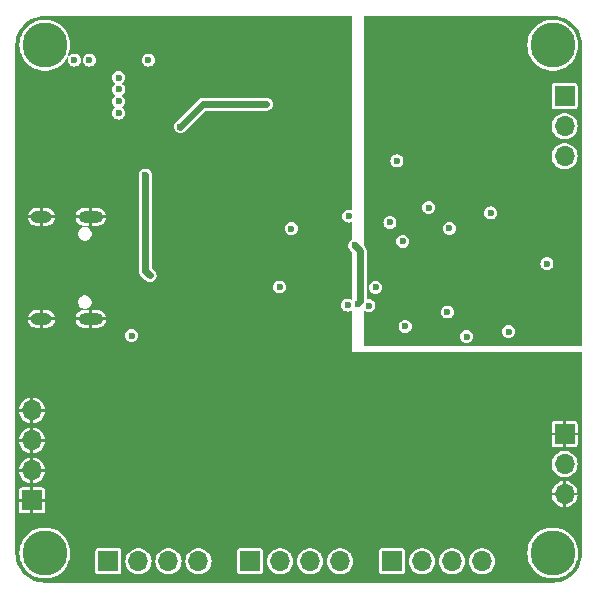
<source format=gbr>
%TF.GenerationSoftware,KiCad,Pcbnew,8.0.5*%
%TF.CreationDate,2024-09-30T22:06:01+02:00*%
%TF.ProjectId,GLITCHING_FMAW,474c4954-4348-4494-9e47-5f464d41572e,rev?*%
%TF.SameCoordinates,Original*%
%TF.FileFunction,Copper,L4,Bot*%
%TF.FilePolarity,Positive*%
%FSLAX46Y46*%
G04 Gerber Fmt 4.6, Leading zero omitted, Abs format (unit mm)*
G04 Created by KiCad (PCBNEW 8.0.5) date 2024-09-30 22:06:01*
%MOMM*%
%LPD*%
G01*
G04 APERTURE LIST*
%TA.AperFunction,ComponentPad*%
%ADD10R,1.700000X1.700000*%
%TD*%
%TA.AperFunction,ComponentPad*%
%ADD11O,1.700000X1.700000*%
%TD*%
%TA.AperFunction,ComponentPad*%
%ADD12C,3.800000*%
%TD*%
%TA.AperFunction,ComponentPad*%
%ADD13O,2.100000X1.000000*%
%TD*%
%TA.AperFunction,ComponentPad*%
%ADD14O,1.800000X1.000000*%
%TD*%
%TA.AperFunction,ViaPad*%
%ADD15C,0.600000*%
%TD*%
%TA.AperFunction,Conductor*%
%ADD16C,0.600000*%
%TD*%
%TA.AperFunction,Conductor*%
%ADD17C,0.200000*%
%TD*%
G04 APERTURE END LIST*
D10*
%TO.P,J3,1,Pin_1*%
%TO.N,GND*%
X77000000Y-59920000D03*
D11*
%TO.P,J3,2,Pin_2*%
%TO.N,Net-(J3-Pin_2)*%
X77000000Y-62460000D03*
%TO.P,J3,3,Pin_3*%
%TO.N,GND*%
X77000000Y-65000000D03*
%TD*%
D10*
%TO.P,J5,1,Pin_1*%
%TO.N,Net-(J5-Pin_1)*%
X50380000Y-70700000D03*
D11*
%TO.P,J5,2,Pin_2*%
%TO.N,Net-(J5-Pin_2)*%
X52920000Y-70700000D03*
%TO.P,J5,3,Pin_3*%
%TO.N,Net-(J5-Pin_3)*%
X55459999Y-70700000D03*
%TO.P,J5,4,Pin_4*%
%TO.N,Net-(J5-Pin_4)*%
X58000000Y-70700000D03*
%TD*%
D10*
%TO.P,J2,1,Pin_1*%
%TO.N,GND*%
X77000000Y-31320001D03*
D11*
%TO.P,J2,2,Pin_2*%
%TO.N,Net-(J2-Pin_2)*%
X77000000Y-33860001D03*
%TO.P,J2,3,Pin_3*%
%TO.N,GND*%
X77000000Y-36400000D03*
%TD*%
D10*
%TO.P,J6,1,Pin_1*%
%TO.N,Net-(J6-Pin_1)*%
X62380000Y-70700000D03*
D11*
%TO.P,J6,2,Pin_2*%
%TO.N,Net-(J6-Pin_2)*%
X64920000Y-70700000D03*
%TO.P,J6,3,Pin_3*%
%TO.N,Net-(J6-Pin_3)*%
X67459999Y-70700000D03*
%TO.P,J6,4,Pin_4*%
%TO.N,Net-(J6-Pin_4)*%
X70000000Y-70700000D03*
%TD*%
D12*
%TO.P,H1,1*%
%TO.N,N/C*%
X33000000Y-27000000D03*
%TD*%
%TO.P,H2,1*%
%TO.N,N/C*%
X33000000Y-70000000D03*
%TD*%
D10*
%TO.P,J4,1,Pin_1*%
%TO.N,Net-(J4-Pin_1)*%
X38380000Y-70700000D03*
D11*
%TO.P,J4,2,Pin_2*%
%TO.N,Net-(J4-Pin_2)*%
X40920000Y-70700000D03*
%TO.P,J4,3,Pin_3*%
%TO.N,Net-(J4-Pin_3)*%
X43459999Y-70700000D03*
%TO.P,J4,4,Pin_4*%
%TO.N,Net-(J4-Pin_4)*%
X46000000Y-70700000D03*
%TD*%
D13*
%TO.P,J1,S1,SHIELD*%
%TO.N,GND*%
X36880000Y-41540000D03*
D14*
X32700000Y-41540000D03*
D13*
X36880000Y-50180000D03*
D14*
X32700000Y-50180000D03*
%TD*%
D12*
%TO.P,H4,1*%
%TO.N,N/C*%
X76000000Y-27000000D03*
%TD*%
D10*
%TO.P,J7,1,Pin_1*%
%TO.N,GND*%
X31900000Y-65540000D03*
D11*
%TO.P,J7,2,Pin_2*%
X31900000Y-63000000D03*
%TO.P,J7,3,Pin_3*%
X31900000Y-60460001D03*
%TO.P,J7,4,Pin_4*%
X31900000Y-57920000D03*
%TD*%
D12*
%TO.P,H3,1*%
%TO.N,N/C*%
X76000000Y-70000000D03*
%TD*%
D15*
%TO.N,GND*%
X67250000Y-42500000D03*
X72250000Y-51250000D03*
X49750000Y-41750000D03*
X57100000Y-37100000D03*
X70750000Y-41200000D03*
X62800000Y-36800000D03*
X65500000Y-40750000D03*
X56500000Y-35400000D03*
X75500000Y-45500000D03*
X54600000Y-30400000D03*
X62000000Y-56000000D03*
X67070000Y-49580000D03*
X69000000Y-54000000D03*
X42750000Y-41250000D03*
X50250000Y-49250000D03*
X47250000Y-34750000D03*
X57500000Y-38700000D03*
X63500000Y-50800000D03*
X73250000Y-53500000D03*
X46716003Y-38122809D03*
X53250000Y-53000000D03*
%TO.N,VBUS*%
X44475000Y-33895002D03*
X41500000Y-38000000D03*
X41900000Y-46500000D03*
X51750000Y-32000000D03*
%TO.N,+3.3V*%
X41750000Y-28250000D03*
X39255469Y-30742294D03*
X39250000Y-29750000D03*
X36750000Y-28250000D03*
X62206250Y-42006250D03*
X61000000Y-47500000D03*
X53875000Y-42525000D03*
X60424403Y-49059399D03*
X63300000Y-43600000D03*
X35500000Y-28250000D03*
X58630602Y-48993034D03*
X52875000Y-47460000D03*
X68700000Y-51675000D03*
X40337500Y-51587500D03*
X58725000Y-41475000D03*
X39250000Y-32750000D03*
X39250000Y-31750000D03*
%TO.N,+3.3VA*%
X66000000Y-30000000D03*
X68000000Y-30000000D03*
X67000000Y-30000000D03*
X68550000Y-41050000D03*
X72450000Y-39775000D03*
%TO.N,+1V1*%
X59500000Y-48900000D03*
X59228225Y-43960000D03*
%TD*%
D16*
%TO.N,VBUS*%
X41900000Y-46500000D02*
X41500000Y-46100000D01*
X41500000Y-46100000D02*
X41500000Y-38000000D01*
X46370002Y-32000000D02*
X44475000Y-33895002D01*
X51750000Y-32000000D02*
X46370002Y-32000000D01*
%TO.N,+1V1*%
X59700000Y-48700000D02*
X59700000Y-44431775D01*
X59700000Y-44431775D02*
X59228225Y-43960000D01*
D17*
X59500000Y-48900000D02*
X59700000Y-48700000D01*
%TD*%
%TA.AperFunction,Conductor*%
%TO.N,GND*%
G36*
X58985648Y-24514852D02*
G01*
X59000000Y-24549500D01*
X59000000Y-40919718D01*
X58985648Y-40954366D01*
X58951000Y-40968718D01*
X58932249Y-40964988D01*
X58868708Y-40938669D01*
X58725000Y-40919750D01*
X58581291Y-40938669D01*
X58447379Y-40994136D01*
X58447374Y-40994139D01*
X58332379Y-41082378D01*
X58332378Y-41082379D01*
X58244139Y-41197374D01*
X58244136Y-41197379D01*
X58188669Y-41331291D01*
X58169750Y-41475000D01*
X58188669Y-41618708D01*
X58244136Y-41752620D01*
X58244139Y-41752625D01*
X58311184Y-41840000D01*
X58332379Y-41867621D01*
X58447375Y-41955861D01*
X58447377Y-41955861D01*
X58447379Y-41955863D01*
X58526584Y-41988670D01*
X58581291Y-42011330D01*
X58725000Y-42030250D01*
X58868709Y-42011330D01*
X58932250Y-41985011D01*
X58969752Y-41985011D01*
X58996270Y-42011530D01*
X59000000Y-42030281D01*
X59000000Y-43425935D01*
X58985648Y-43460583D01*
X58969753Y-43471204D01*
X58950603Y-43479136D01*
X58950596Y-43479141D01*
X58924277Y-43499335D01*
X58918951Y-43502894D01*
X58890216Y-43519486D01*
X58890204Y-43519494D01*
X58866740Y-43542957D01*
X58861925Y-43547180D01*
X58835603Y-43567378D01*
X58815405Y-43593700D01*
X58811182Y-43598515D01*
X58787719Y-43621979D01*
X58787711Y-43621991D01*
X58771119Y-43650726D01*
X58767560Y-43656052D01*
X58747366Y-43682371D01*
X58747363Y-43682376D01*
X58734662Y-43713035D01*
X58731830Y-43718778D01*
X58715241Y-43747513D01*
X58715240Y-43747516D01*
X58706651Y-43779569D01*
X58704592Y-43785635D01*
X58691896Y-43816287D01*
X58691893Y-43816298D01*
X58687562Y-43849188D01*
X58686313Y-43855469D01*
X58677725Y-43887525D01*
X58677725Y-43920706D01*
X58677306Y-43927101D01*
X58672975Y-43959999D01*
X58677306Y-43992896D01*
X58677725Y-43999292D01*
X58677725Y-44032473D01*
X58686313Y-44064528D01*
X58687562Y-44070811D01*
X58691893Y-44103701D01*
X58691897Y-44103715D01*
X58704592Y-44134363D01*
X58706652Y-44140432D01*
X58715239Y-44172480D01*
X58715242Y-44172488D01*
X58731830Y-44201221D01*
X58734664Y-44206966D01*
X58747365Y-44237627D01*
X58747365Y-44237628D01*
X58767562Y-44263950D01*
X58771121Y-44269276D01*
X58787711Y-44298009D01*
X58787713Y-44298011D01*
X58787715Y-44298015D01*
X58787718Y-44298018D01*
X58811177Y-44321477D01*
X58815403Y-44326295D01*
X58835605Y-44352622D01*
X58861924Y-44372817D01*
X58866743Y-44377043D01*
X58985648Y-44495947D01*
X59000000Y-44530595D01*
X59000000Y-48483231D01*
X58985648Y-48517879D01*
X58951000Y-48532231D01*
X58921172Y-48522106D01*
X58908227Y-48512173D01*
X58908222Y-48512171D01*
X58908221Y-48512170D01*
X58774310Y-48456703D01*
X58630602Y-48437784D01*
X58486893Y-48456703D01*
X58352981Y-48512170D01*
X58352976Y-48512173D01*
X58237981Y-48600412D01*
X58237980Y-48600413D01*
X58149741Y-48715408D01*
X58149738Y-48715413D01*
X58094271Y-48849325D01*
X58075352Y-48993034D01*
X58094271Y-49136742D01*
X58149738Y-49270654D01*
X58149741Y-49270659D01*
X58237981Y-49385655D01*
X58352977Y-49473895D01*
X58352979Y-49473895D01*
X58352981Y-49473897D01*
X58486893Y-49529364D01*
X58630602Y-49548284D01*
X58774311Y-49529364D01*
X58847546Y-49499029D01*
X58908223Y-49473897D01*
X58908224Y-49473896D01*
X58908227Y-49473895D01*
X58921170Y-49463962D01*
X58957395Y-49454256D01*
X58989874Y-49473007D01*
X59000000Y-49502837D01*
X59000000Y-53000000D01*
X78450500Y-53000000D01*
X78485148Y-53014352D01*
X78499500Y-53049000D01*
X78499500Y-69998512D01*
X78499411Y-70001471D01*
X78481454Y-70298328D01*
X78480740Y-70304201D01*
X78427403Y-70595253D01*
X78425987Y-70600999D01*
X78337954Y-70883505D01*
X78335856Y-70889037D01*
X78214414Y-71158871D01*
X78211664Y-71164111D01*
X78058580Y-71417342D01*
X78055219Y-71422211D01*
X77872730Y-71655142D01*
X77868806Y-71659571D01*
X77659571Y-71868806D01*
X77655142Y-71872730D01*
X77422211Y-72055219D01*
X77417342Y-72058580D01*
X77164111Y-72211664D01*
X77158871Y-72214414D01*
X76889037Y-72335856D01*
X76883505Y-72337954D01*
X76600999Y-72425987D01*
X76595253Y-72427403D01*
X76304201Y-72480740D01*
X76298328Y-72481454D01*
X76001471Y-72499411D01*
X75998512Y-72499500D01*
X33001488Y-72499500D01*
X32998529Y-72499411D01*
X32701671Y-72481454D01*
X32695798Y-72480740D01*
X32404746Y-72427403D01*
X32399000Y-72425987D01*
X32116494Y-72337954D01*
X32110962Y-72335856D01*
X31841128Y-72214414D01*
X31835888Y-72211664D01*
X31582657Y-72058580D01*
X31577788Y-72055219D01*
X31344857Y-71872730D01*
X31340428Y-71868806D01*
X31131193Y-71659571D01*
X31127269Y-71655142D01*
X31064744Y-71575335D01*
X30944780Y-71422211D01*
X30941419Y-71417342D01*
X30859494Y-71281822D01*
X30788331Y-71164105D01*
X30785589Y-71158878D01*
X30664142Y-70889035D01*
X30662045Y-70883505D01*
X30654338Y-70858771D01*
X30574009Y-70600990D01*
X30572596Y-70595253D01*
X30570084Y-70581546D01*
X30519258Y-70304199D01*
X30518545Y-70298327D01*
X30500589Y-70001470D01*
X30500545Y-70000000D01*
X30844475Y-70000000D01*
X30864551Y-70293512D01*
X30924405Y-70581546D01*
X30930313Y-70598170D01*
X31022928Y-70858764D01*
X31147538Y-71099248D01*
X31158276Y-71119972D01*
X31158280Y-71119980D01*
X31201145Y-71180705D01*
X31327935Y-71360326D01*
X31528740Y-71575335D01*
X31756951Y-71760999D01*
X32008318Y-71913859D01*
X32278159Y-72031067D01*
X32561445Y-72110440D01*
X32812841Y-72144993D01*
X32852901Y-72150500D01*
X32852902Y-72150500D01*
X33147099Y-72150500D01*
X33182318Y-72145659D01*
X33438555Y-72110440D01*
X33721841Y-72031067D01*
X33991682Y-71913859D01*
X34243049Y-71760999D01*
X34471260Y-71575335D01*
X34672065Y-71360326D01*
X34841722Y-71119976D01*
X34977072Y-70858764D01*
X35075592Y-70581554D01*
X35093181Y-70496914D01*
X35135448Y-70293512D01*
X35136733Y-70274720D01*
X35155525Y-70000000D01*
X35143577Y-69825322D01*
X37279500Y-69825322D01*
X37279500Y-71574677D01*
X37294033Y-71647739D01*
X37349398Y-71730601D01*
X37397924Y-71763024D01*
X37432260Y-71785966D01*
X37505326Y-71800500D01*
X39254674Y-71800500D01*
X39327740Y-71785966D01*
X39410601Y-71730601D01*
X39465966Y-71647740D01*
X39480500Y-71574674D01*
X39480500Y-70700000D01*
X39814785Y-70700000D01*
X39833602Y-70903079D01*
X39833603Y-70903085D01*
X39889417Y-71099248D01*
X39889420Y-71099255D01*
X39980325Y-71281818D01*
X39980328Y-71281822D01*
X40103233Y-71444576D01*
X40103236Y-71444579D01*
X40253954Y-71581977D01*
X40253955Y-71581978D01*
X40253959Y-71581981D01*
X40427363Y-71689348D01*
X40617544Y-71763024D01*
X40818024Y-71800500D01*
X40818026Y-71800500D01*
X41021974Y-71800500D01*
X41021976Y-71800500D01*
X41222456Y-71763024D01*
X41412637Y-71689348D01*
X41586041Y-71581981D01*
X41736764Y-71444579D01*
X41859673Y-71281821D01*
X41950582Y-71099250D01*
X42006397Y-70903083D01*
X42025215Y-70700000D01*
X42354784Y-70700000D01*
X42373601Y-70903079D01*
X42373602Y-70903085D01*
X42429416Y-71099248D01*
X42429419Y-71099255D01*
X42520324Y-71281818D01*
X42520327Y-71281822D01*
X42643232Y-71444576D01*
X42643235Y-71444579D01*
X42793953Y-71581977D01*
X42793954Y-71581978D01*
X42793958Y-71581981D01*
X42967362Y-71689348D01*
X43157543Y-71763024D01*
X43358023Y-71800500D01*
X43358025Y-71800500D01*
X43561973Y-71800500D01*
X43561975Y-71800500D01*
X43762455Y-71763024D01*
X43952636Y-71689348D01*
X44126040Y-71581981D01*
X44276763Y-71444579D01*
X44399672Y-71281821D01*
X44490581Y-71099250D01*
X44546396Y-70903083D01*
X44565214Y-70700000D01*
X44894785Y-70700000D01*
X44913602Y-70903079D01*
X44913603Y-70903085D01*
X44969417Y-71099248D01*
X44969420Y-71099255D01*
X45060325Y-71281818D01*
X45060328Y-71281822D01*
X45183233Y-71444576D01*
X45183236Y-71444579D01*
X45333954Y-71581977D01*
X45333955Y-71581978D01*
X45333959Y-71581981D01*
X45507363Y-71689348D01*
X45697544Y-71763024D01*
X45898024Y-71800500D01*
X45898026Y-71800500D01*
X46101974Y-71800500D01*
X46101976Y-71800500D01*
X46302456Y-71763024D01*
X46492637Y-71689348D01*
X46666041Y-71581981D01*
X46816764Y-71444579D01*
X46939673Y-71281821D01*
X47030582Y-71099250D01*
X47086397Y-70903083D01*
X47105215Y-70700000D01*
X47086397Y-70496917D01*
X47030582Y-70300750D01*
X46939673Y-70118179D01*
X46878218Y-70036800D01*
X46816766Y-69955423D01*
X46816763Y-69955420D01*
X46674053Y-69825322D01*
X49279500Y-69825322D01*
X49279500Y-71574677D01*
X49294033Y-71647739D01*
X49349398Y-71730601D01*
X49397924Y-71763024D01*
X49432260Y-71785966D01*
X49505326Y-71800500D01*
X51254674Y-71800500D01*
X51327740Y-71785966D01*
X51410601Y-71730601D01*
X51465966Y-71647740D01*
X51480500Y-71574674D01*
X51480500Y-70700000D01*
X51814785Y-70700000D01*
X51833602Y-70903079D01*
X51833603Y-70903085D01*
X51889417Y-71099248D01*
X51889420Y-71099255D01*
X51980325Y-71281818D01*
X51980328Y-71281822D01*
X52103233Y-71444576D01*
X52103236Y-71444579D01*
X52253954Y-71581977D01*
X52253955Y-71581978D01*
X52253959Y-71581981D01*
X52427363Y-71689348D01*
X52617544Y-71763024D01*
X52818024Y-71800500D01*
X52818026Y-71800500D01*
X53021974Y-71800500D01*
X53021976Y-71800500D01*
X53222456Y-71763024D01*
X53412637Y-71689348D01*
X53586041Y-71581981D01*
X53736764Y-71444579D01*
X53859673Y-71281821D01*
X53950582Y-71099250D01*
X54006397Y-70903083D01*
X54025215Y-70700000D01*
X54354784Y-70700000D01*
X54373601Y-70903079D01*
X54373602Y-70903085D01*
X54429416Y-71099248D01*
X54429419Y-71099255D01*
X54520324Y-71281818D01*
X54520327Y-71281822D01*
X54643232Y-71444576D01*
X54643235Y-71444579D01*
X54793953Y-71581977D01*
X54793954Y-71581978D01*
X54793958Y-71581981D01*
X54967362Y-71689348D01*
X55157543Y-71763024D01*
X55358023Y-71800500D01*
X55358025Y-71800500D01*
X55561973Y-71800500D01*
X55561975Y-71800500D01*
X55762455Y-71763024D01*
X55952636Y-71689348D01*
X56126040Y-71581981D01*
X56276763Y-71444579D01*
X56399672Y-71281821D01*
X56490581Y-71099250D01*
X56546396Y-70903083D01*
X56565214Y-70700000D01*
X56894785Y-70700000D01*
X56913602Y-70903079D01*
X56913603Y-70903085D01*
X56969417Y-71099248D01*
X56969420Y-71099255D01*
X57060325Y-71281818D01*
X57060328Y-71281822D01*
X57183233Y-71444576D01*
X57183236Y-71444579D01*
X57333954Y-71581977D01*
X57333955Y-71581978D01*
X57333959Y-71581981D01*
X57507363Y-71689348D01*
X57697544Y-71763024D01*
X57898024Y-71800500D01*
X57898026Y-71800500D01*
X58101974Y-71800500D01*
X58101976Y-71800500D01*
X58302456Y-71763024D01*
X58492637Y-71689348D01*
X58666041Y-71581981D01*
X58816764Y-71444579D01*
X58939673Y-71281821D01*
X59030582Y-71099250D01*
X59086397Y-70903083D01*
X59105215Y-70700000D01*
X59086397Y-70496917D01*
X59030582Y-70300750D01*
X58939673Y-70118179D01*
X58878218Y-70036800D01*
X58816766Y-69955423D01*
X58816763Y-69955420D01*
X58674053Y-69825322D01*
X61279500Y-69825322D01*
X61279500Y-71574677D01*
X61294033Y-71647739D01*
X61349398Y-71730601D01*
X61397924Y-71763024D01*
X61432260Y-71785966D01*
X61505326Y-71800500D01*
X63254674Y-71800500D01*
X63327740Y-71785966D01*
X63410601Y-71730601D01*
X63465966Y-71647740D01*
X63480500Y-71574674D01*
X63480500Y-70700000D01*
X63814785Y-70700000D01*
X63833602Y-70903079D01*
X63833603Y-70903085D01*
X63889417Y-71099248D01*
X63889420Y-71099255D01*
X63980325Y-71281818D01*
X63980328Y-71281822D01*
X64103233Y-71444576D01*
X64103236Y-71444579D01*
X64253954Y-71581977D01*
X64253955Y-71581978D01*
X64253959Y-71581981D01*
X64427363Y-71689348D01*
X64617544Y-71763024D01*
X64818024Y-71800500D01*
X64818026Y-71800500D01*
X65021974Y-71800500D01*
X65021976Y-71800500D01*
X65222456Y-71763024D01*
X65412637Y-71689348D01*
X65586041Y-71581981D01*
X65736764Y-71444579D01*
X65859673Y-71281821D01*
X65950582Y-71099250D01*
X66006397Y-70903083D01*
X66025215Y-70700000D01*
X66354784Y-70700000D01*
X66373601Y-70903079D01*
X66373602Y-70903085D01*
X66429416Y-71099248D01*
X66429419Y-71099255D01*
X66520324Y-71281818D01*
X66520327Y-71281822D01*
X66643232Y-71444576D01*
X66643235Y-71444579D01*
X66793953Y-71581977D01*
X66793954Y-71581978D01*
X66793958Y-71581981D01*
X66967362Y-71689348D01*
X67157543Y-71763024D01*
X67358023Y-71800500D01*
X67358025Y-71800500D01*
X67561973Y-71800500D01*
X67561975Y-71800500D01*
X67762455Y-71763024D01*
X67952636Y-71689348D01*
X68126040Y-71581981D01*
X68276763Y-71444579D01*
X68399672Y-71281821D01*
X68490581Y-71099250D01*
X68546396Y-70903083D01*
X68565214Y-70700000D01*
X68894785Y-70700000D01*
X68913602Y-70903079D01*
X68913603Y-70903085D01*
X68969417Y-71099248D01*
X68969420Y-71099255D01*
X69060325Y-71281818D01*
X69060328Y-71281822D01*
X69183233Y-71444576D01*
X69183236Y-71444579D01*
X69333954Y-71581977D01*
X69333955Y-71581978D01*
X69333959Y-71581981D01*
X69507363Y-71689348D01*
X69697544Y-71763024D01*
X69898024Y-71800500D01*
X69898026Y-71800500D01*
X70101974Y-71800500D01*
X70101976Y-71800500D01*
X70302456Y-71763024D01*
X70492637Y-71689348D01*
X70666041Y-71581981D01*
X70816764Y-71444579D01*
X70939673Y-71281821D01*
X71030582Y-71099250D01*
X71086397Y-70903083D01*
X71105215Y-70700000D01*
X71086397Y-70496917D01*
X71030582Y-70300750D01*
X70939673Y-70118179D01*
X70878218Y-70036800D01*
X70850428Y-70000000D01*
X73844475Y-70000000D01*
X73864551Y-70293512D01*
X73924405Y-70581546D01*
X73930313Y-70598170D01*
X74022928Y-70858764D01*
X74147538Y-71099248D01*
X74158276Y-71119972D01*
X74158280Y-71119980D01*
X74201145Y-71180705D01*
X74327935Y-71360326D01*
X74528740Y-71575335D01*
X74756951Y-71760999D01*
X75008318Y-71913859D01*
X75278159Y-72031067D01*
X75561445Y-72110440D01*
X75812841Y-72144993D01*
X75852901Y-72150500D01*
X75852902Y-72150500D01*
X76147099Y-72150500D01*
X76182318Y-72145659D01*
X76438555Y-72110440D01*
X76721841Y-72031067D01*
X76991682Y-71913859D01*
X77243049Y-71760999D01*
X77471260Y-71575335D01*
X77672065Y-71360326D01*
X77841722Y-71119976D01*
X77977072Y-70858764D01*
X78075592Y-70581554D01*
X78093181Y-70496914D01*
X78135448Y-70293512D01*
X78136733Y-70274720D01*
X78155525Y-70000000D01*
X78135448Y-69706489D01*
X78127741Y-69669399D01*
X78075594Y-69418453D01*
X78075592Y-69418446D01*
X77977072Y-69141236D01*
X77841722Y-68880024D01*
X77841720Y-68880021D01*
X77841719Y-68880019D01*
X77787189Y-68802768D01*
X77672065Y-68639674D01*
X77471260Y-68424665D01*
X77243049Y-68239001D01*
X76991682Y-68086141D01*
X76991678Y-68086139D01*
X76991676Y-68086138D01*
X76721842Y-67968933D01*
X76438560Y-67889561D01*
X76438555Y-67889560D01*
X76147099Y-67849500D01*
X76147098Y-67849500D01*
X75852902Y-67849500D01*
X75852901Y-67849500D01*
X75561444Y-67889560D01*
X75561439Y-67889561D01*
X75278157Y-67968933D01*
X75008323Y-68086138D01*
X74756949Y-68239002D01*
X74528748Y-68424658D01*
X74528737Y-68424668D01*
X74327939Y-68639669D01*
X74327933Y-68639677D01*
X74158280Y-68880019D01*
X74158276Y-68880027D01*
X74022932Y-69141228D01*
X74022928Y-69141237D01*
X73924405Y-69418453D01*
X73864551Y-69706487D01*
X73844475Y-70000000D01*
X70850428Y-70000000D01*
X70816766Y-69955423D01*
X70816763Y-69955420D01*
X70666045Y-69818022D01*
X70666042Y-69818020D01*
X70666041Y-69818019D01*
X70492637Y-69710652D01*
X70492634Y-69710651D01*
X70492633Y-69710650D01*
X70302462Y-69636978D01*
X70302460Y-69636977D01*
X70302456Y-69636976D01*
X70101976Y-69599500D01*
X69898024Y-69599500D01*
X69697544Y-69636976D01*
X69697540Y-69636977D01*
X69697537Y-69636978D01*
X69507366Y-69710650D01*
X69333954Y-69818022D01*
X69183236Y-69955420D01*
X69183233Y-69955423D01*
X69060328Y-70118177D01*
X69060325Y-70118181D01*
X68969420Y-70300744D01*
X68969417Y-70300751D01*
X68913603Y-70496914D01*
X68913602Y-70496920D01*
X68894785Y-70700000D01*
X68565214Y-70700000D01*
X68546396Y-70496917D01*
X68490581Y-70300750D01*
X68399672Y-70118179D01*
X68338217Y-70036800D01*
X68276765Y-69955423D01*
X68276762Y-69955420D01*
X68126044Y-69818022D01*
X68126041Y-69818020D01*
X68126040Y-69818019D01*
X67952636Y-69710652D01*
X67952633Y-69710651D01*
X67952632Y-69710650D01*
X67762461Y-69636978D01*
X67762459Y-69636977D01*
X67762455Y-69636976D01*
X67561975Y-69599500D01*
X67358023Y-69599500D01*
X67157543Y-69636976D01*
X67157539Y-69636977D01*
X67157536Y-69636978D01*
X66967365Y-69710650D01*
X66793953Y-69818022D01*
X66643235Y-69955420D01*
X66643232Y-69955423D01*
X66520327Y-70118177D01*
X66520324Y-70118181D01*
X66429419Y-70300744D01*
X66429416Y-70300751D01*
X66373602Y-70496914D01*
X66373601Y-70496920D01*
X66354784Y-70700000D01*
X66025215Y-70700000D01*
X66006397Y-70496917D01*
X65950582Y-70300750D01*
X65859673Y-70118179D01*
X65798218Y-70036800D01*
X65736766Y-69955423D01*
X65736763Y-69955420D01*
X65586045Y-69818022D01*
X65586042Y-69818020D01*
X65586041Y-69818019D01*
X65412637Y-69710652D01*
X65412634Y-69710651D01*
X65412633Y-69710650D01*
X65222462Y-69636978D01*
X65222460Y-69636977D01*
X65222456Y-69636976D01*
X65021976Y-69599500D01*
X64818024Y-69599500D01*
X64617544Y-69636976D01*
X64617540Y-69636977D01*
X64617537Y-69636978D01*
X64427366Y-69710650D01*
X64253954Y-69818022D01*
X64103236Y-69955420D01*
X64103233Y-69955423D01*
X63980328Y-70118177D01*
X63980325Y-70118181D01*
X63889420Y-70300744D01*
X63889417Y-70300751D01*
X63833603Y-70496914D01*
X63833602Y-70496920D01*
X63814785Y-70700000D01*
X63480500Y-70700000D01*
X63480500Y-69825326D01*
X63465966Y-69752260D01*
X63438164Y-69710650D01*
X63410601Y-69669398D01*
X63327739Y-69614033D01*
X63254677Y-69599500D01*
X63254674Y-69599500D01*
X61505326Y-69599500D01*
X61505322Y-69599500D01*
X61432260Y-69614033D01*
X61349398Y-69669398D01*
X61294033Y-69752260D01*
X61279500Y-69825322D01*
X58674053Y-69825322D01*
X58666045Y-69818022D01*
X58666042Y-69818020D01*
X58666041Y-69818019D01*
X58492637Y-69710652D01*
X58492634Y-69710651D01*
X58492633Y-69710650D01*
X58302462Y-69636978D01*
X58302460Y-69636977D01*
X58302456Y-69636976D01*
X58101976Y-69599500D01*
X57898024Y-69599500D01*
X57697544Y-69636976D01*
X57697540Y-69636977D01*
X57697537Y-69636978D01*
X57507366Y-69710650D01*
X57333954Y-69818022D01*
X57183236Y-69955420D01*
X57183233Y-69955423D01*
X57060328Y-70118177D01*
X57060325Y-70118181D01*
X56969420Y-70300744D01*
X56969417Y-70300751D01*
X56913603Y-70496914D01*
X56913602Y-70496920D01*
X56894785Y-70700000D01*
X56565214Y-70700000D01*
X56546396Y-70496917D01*
X56490581Y-70300750D01*
X56399672Y-70118179D01*
X56338217Y-70036800D01*
X56276765Y-69955423D01*
X56276762Y-69955420D01*
X56126044Y-69818022D01*
X56126041Y-69818020D01*
X56126040Y-69818019D01*
X55952636Y-69710652D01*
X55952633Y-69710651D01*
X55952632Y-69710650D01*
X55762461Y-69636978D01*
X55762459Y-69636977D01*
X55762455Y-69636976D01*
X55561975Y-69599500D01*
X55358023Y-69599500D01*
X55157543Y-69636976D01*
X55157539Y-69636977D01*
X55157536Y-69636978D01*
X54967365Y-69710650D01*
X54793953Y-69818022D01*
X54643235Y-69955420D01*
X54643232Y-69955423D01*
X54520327Y-70118177D01*
X54520324Y-70118181D01*
X54429419Y-70300744D01*
X54429416Y-70300751D01*
X54373602Y-70496914D01*
X54373601Y-70496920D01*
X54354784Y-70700000D01*
X54025215Y-70700000D01*
X54006397Y-70496917D01*
X53950582Y-70300750D01*
X53859673Y-70118179D01*
X53798218Y-70036800D01*
X53736766Y-69955423D01*
X53736763Y-69955420D01*
X53586045Y-69818022D01*
X53586042Y-69818020D01*
X53586041Y-69818019D01*
X53412637Y-69710652D01*
X53412634Y-69710651D01*
X53412633Y-69710650D01*
X53222462Y-69636978D01*
X53222460Y-69636977D01*
X53222456Y-69636976D01*
X53021976Y-69599500D01*
X52818024Y-69599500D01*
X52617544Y-69636976D01*
X52617540Y-69636977D01*
X52617537Y-69636978D01*
X52427366Y-69710650D01*
X52253954Y-69818022D01*
X52103236Y-69955420D01*
X52103233Y-69955423D01*
X51980328Y-70118177D01*
X51980325Y-70118181D01*
X51889420Y-70300744D01*
X51889417Y-70300751D01*
X51833603Y-70496914D01*
X51833602Y-70496920D01*
X51814785Y-70700000D01*
X51480500Y-70700000D01*
X51480500Y-69825326D01*
X51465966Y-69752260D01*
X51438164Y-69710650D01*
X51410601Y-69669398D01*
X51327739Y-69614033D01*
X51254677Y-69599500D01*
X51254674Y-69599500D01*
X49505326Y-69599500D01*
X49505322Y-69599500D01*
X49432260Y-69614033D01*
X49349398Y-69669398D01*
X49294033Y-69752260D01*
X49279500Y-69825322D01*
X46674053Y-69825322D01*
X46666045Y-69818022D01*
X46666042Y-69818020D01*
X46666041Y-69818019D01*
X46492637Y-69710652D01*
X46492634Y-69710651D01*
X46492633Y-69710650D01*
X46302462Y-69636978D01*
X46302460Y-69636977D01*
X46302456Y-69636976D01*
X46101976Y-69599500D01*
X45898024Y-69599500D01*
X45697544Y-69636976D01*
X45697540Y-69636977D01*
X45697537Y-69636978D01*
X45507366Y-69710650D01*
X45333954Y-69818022D01*
X45183236Y-69955420D01*
X45183233Y-69955423D01*
X45060328Y-70118177D01*
X45060325Y-70118181D01*
X44969420Y-70300744D01*
X44969417Y-70300751D01*
X44913603Y-70496914D01*
X44913602Y-70496920D01*
X44894785Y-70700000D01*
X44565214Y-70700000D01*
X44546396Y-70496917D01*
X44490581Y-70300750D01*
X44399672Y-70118179D01*
X44338217Y-70036800D01*
X44276765Y-69955423D01*
X44276762Y-69955420D01*
X44126044Y-69818022D01*
X44126041Y-69818020D01*
X44126040Y-69818019D01*
X43952636Y-69710652D01*
X43952633Y-69710651D01*
X43952632Y-69710650D01*
X43762461Y-69636978D01*
X43762459Y-69636977D01*
X43762455Y-69636976D01*
X43561975Y-69599500D01*
X43358023Y-69599500D01*
X43157543Y-69636976D01*
X43157539Y-69636977D01*
X43157536Y-69636978D01*
X42967365Y-69710650D01*
X42793953Y-69818022D01*
X42643235Y-69955420D01*
X42643232Y-69955423D01*
X42520327Y-70118177D01*
X42520324Y-70118181D01*
X42429419Y-70300744D01*
X42429416Y-70300751D01*
X42373602Y-70496914D01*
X42373601Y-70496920D01*
X42354784Y-70700000D01*
X42025215Y-70700000D01*
X42006397Y-70496917D01*
X41950582Y-70300750D01*
X41859673Y-70118179D01*
X41798218Y-70036800D01*
X41736766Y-69955423D01*
X41736763Y-69955420D01*
X41586045Y-69818022D01*
X41586042Y-69818020D01*
X41586041Y-69818019D01*
X41412637Y-69710652D01*
X41412634Y-69710651D01*
X41412633Y-69710650D01*
X41222462Y-69636978D01*
X41222460Y-69636977D01*
X41222456Y-69636976D01*
X41021976Y-69599500D01*
X40818024Y-69599500D01*
X40617544Y-69636976D01*
X40617540Y-69636977D01*
X40617537Y-69636978D01*
X40427366Y-69710650D01*
X40253954Y-69818022D01*
X40103236Y-69955420D01*
X40103233Y-69955423D01*
X39980328Y-70118177D01*
X39980325Y-70118181D01*
X39889420Y-70300744D01*
X39889417Y-70300751D01*
X39833603Y-70496914D01*
X39833602Y-70496920D01*
X39814785Y-70700000D01*
X39480500Y-70700000D01*
X39480500Y-69825326D01*
X39465966Y-69752260D01*
X39438164Y-69710650D01*
X39410601Y-69669398D01*
X39327739Y-69614033D01*
X39254677Y-69599500D01*
X39254674Y-69599500D01*
X37505326Y-69599500D01*
X37505322Y-69599500D01*
X37432260Y-69614033D01*
X37349398Y-69669398D01*
X37294033Y-69752260D01*
X37279500Y-69825322D01*
X35143577Y-69825322D01*
X35135448Y-69706489D01*
X35127741Y-69669399D01*
X35075594Y-69418453D01*
X35075592Y-69418446D01*
X34977072Y-69141236D01*
X34841722Y-68880024D01*
X34841720Y-68880021D01*
X34841719Y-68880019D01*
X34787189Y-68802768D01*
X34672065Y-68639674D01*
X34471260Y-68424665D01*
X34243049Y-68239001D01*
X33991682Y-68086141D01*
X33991678Y-68086139D01*
X33991676Y-68086138D01*
X33721842Y-67968933D01*
X33438560Y-67889561D01*
X33438555Y-67889560D01*
X33147099Y-67849500D01*
X33147098Y-67849500D01*
X32852902Y-67849500D01*
X32852901Y-67849500D01*
X32561444Y-67889560D01*
X32561439Y-67889561D01*
X32278157Y-67968933D01*
X32008323Y-68086138D01*
X31756949Y-68239002D01*
X31528748Y-68424658D01*
X31528737Y-68424668D01*
X31327939Y-68639669D01*
X31327933Y-68639677D01*
X31158280Y-68880019D01*
X31158276Y-68880027D01*
X31022932Y-69141228D01*
X31022928Y-69141237D01*
X30924405Y-69418453D01*
X30864551Y-69706487D01*
X30844475Y-70000000D01*
X30500545Y-70000000D01*
X30500500Y-69998512D01*
X30500500Y-64665370D01*
X30800000Y-64665370D01*
X30800000Y-65415000D01*
X31415856Y-65415000D01*
X31400000Y-65474174D01*
X31400000Y-65605826D01*
X31415856Y-65665000D01*
X30800000Y-65665000D01*
X30800000Y-66414629D01*
X30814503Y-66487542D01*
X30869759Y-66570240D01*
X30952457Y-66625496D01*
X31025370Y-66639999D01*
X31025376Y-66640000D01*
X31775000Y-66640000D01*
X31775000Y-66024144D01*
X31834174Y-66040000D01*
X31965826Y-66040000D01*
X32025000Y-66024144D01*
X32025000Y-66640000D01*
X32774624Y-66640000D01*
X32774629Y-66639999D01*
X32847542Y-66625496D01*
X32930240Y-66570240D01*
X32985496Y-66487542D01*
X32999999Y-66414629D01*
X33000000Y-66414624D01*
X33000000Y-65665000D01*
X32384144Y-65665000D01*
X32400000Y-65605826D01*
X32400000Y-65474174D01*
X32384144Y-65415000D01*
X33000000Y-65415000D01*
X33000000Y-64874999D01*
X75906870Y-64874999D01*
X75906870Y-64875000D01*
X76515856Y-64875000D01*
X76500000Y-64934174D01*
X76500000Y-65065826D01*
X76515856Y-65125000D01*
X75906870Y-65125000D01*
X75914096Y-65202986D01*
X75914098Y-65202995D01*
X75969883Y-65399063D01*
X75969884Y-65399064D01*
X76060752Y-65581553D01*
X76060755Y-65581557D01*
X76183604Y-65744237D01*
X76183607Y-65744240D01*
X76334257Y-65881576D01*
X76507590Y-65988900D01*
X76697674Y-66062538D01*
X76875000Y-66095686D01*
X76875000Y-65484144D01*
X76934174Y-65500000D01*
X77065826Y-65500000D01*
X77125000Y-65484144D01*
X77125000Y-66095685D01*
X77302325Y-66062538D01*
X77492409Y-65988900D01*
X77665742Y-65881576D01*
X77816392Y-65744240D01*
X77816395Y-65744237D01*
X77939244Y-65581557D01*
X77939247Y-65581553D01*
X78030115Y-65399064D01*
X78030116Y-65399063D01*
X78085901Y-65202995D01*
X78085903Y-65202986D01*
X78093129Y-65125000D01*
X77484144Y-65125000D01*
X77500000Y-65065826D01*
X77500000Y-64934174D01*
X77484144Y-64875000D01*
X78093130Y-64875000D01*
X78093129Y-64874999D01*
X78085903Y-64797013D01*
X78085901Y-64797004D01*
X78030116Y-64600936D01*
X78030115Y-64600935D01*
X77939247Y-64418446D01*
X77939244Y-64418442D01*
X77816395Y-64255762D01*
X77816392Y-64255759D01*
X77665742Y-64118423D01*
X77492409Y-64011099D01*
X77302324Y-63937460D01*
X77125000Y-63904312D01*
X77125000Y-64515855D01*
X77065826Y-64500000D01*
X76934174Y-64500000D01*
X76875000Y-64515855D01*
X76875000Y-63904312D01*
X76697675Y-63937460D01*
X76507590Y-64011099D01*
X76334257Y-64118423D01*
X76183607Y-64255759D01*
X76183604Y-64255762D01*
X76060755Y-64418442D01*
X76060752Y-64418446D01*
X75969884Y-64600935D01*
X75969883Y-64600936D01*
X75914098Y-64797004D01*
X75914096Y-64797013D01*
X75906870Y-64874999D01*
X33000000Y-64874999D01*
X33000000Y-64665376D01*
X32999999Y-64665370D01*
X32985496Y-64592457D01*
X32930240Y-64509759D01*
X32847542Y-64454503D01*
X32774629Y-64440000D01*
X32025000Y-64440000D01*
X32025000Y-65055855D01*
X31965826Y-65040000D01*
X31834174Y-65040000D01*
X31775000Y-65055855D01*
X31775000Y-64440000D01*
X31025370Y-64440000D01*
X30952457Y-64454503D01*
X30869759Y-64509759D01*
X30814503Y-64592457D01*
X30800000Y-64665370D01*
X30500500Y-64665370D01*
X30500500Y-62874999D01*
X30806870Y-62874999D01*
X30806870Y-62875000D01*
X31415856Y-62875000D01*
X31400000Y-62934174D01*
X31400000Y-63065826D01*
X31415856Y-63125000D01*
X30806870Y-63125000D01*
X30814096Y-63202986D01*
X30814098Y-63202995D01*
X30869883Y-63399063D01*
X30869884Y-63399064D01*
X30960752Y-63581553D01*
X30960755Y-63581557D01*
X31083604Y-63744237D01*
X31083607Y-63744240D01*
X31234257Y-63881576D01*
X31407590Y-63988900D01*
X31597674Y-64062538D01*
X31775000Y-64095686D01*
X31775000Y-63484144D01*
X31834174Y-63500000D01*
X31965826Y-63500000D01*
X32025000Y-63484144D01*
X32025000Y-64095685D01*
X32202325Y-64062538D01*
X32392409Y-63988900D01*
X32565742Y-63881576D01*
X32716392Y-63744240D01*
X32716395Y-63744237D01*
X32839244Y-63581557D01*
X32839247Y-63581553D01*
X32930115Y-63399064D01*
X32930116Y-63399063D01*
X32985901Y-63202995D01*
X32985903Y-63202986D01*
X32993129Y-63125000D01*
X32384144Y-63125000D01*
X32400000Y-63065826D01*
X32400000Y-62934174D01*
X32384144Y-62875000D01*
X32993130Y-62875000D01*
X32993129Y-62874999D01*
X32985903Y-62797013D01*
X32985901Y-62797004D01*
X32930116Y-62600936D01*
X32930115Y-62600935D01*
X32859938Y-62460000D01*
X75894785Y-62460000D01*
X75913602Y-62663079D01*
X75913603Y-62663085D01*
X75969417Y-62859248D01*
X75969420Y-62859255D01*
X76060325Y-63041818D01*
X76060328Y-63041822D01*
X76183233Y-63204576D01*
X76183236Y-63204579D01*
X76333954Y-63341977D01*
X76333955Y-63341978D01*
X76333959Y-63341981D01*
X76507363Y-63449348D01*
X76697544Y-63523024D01*
X76898024Y-63560500D01*
X76898026Y-63560500D01*
X77101974Y-63560500D01*
X77101976Y-63560500D01*
X77302456Y-63523024D01*
X77492637Y-63449348D01*
X77666041Y-63341981D01*
X77816764Y-63204579D01*
X77939673Y-63041821D01*
X78030582Y-62859250D01*
X78086397Y-62663083D01*
X78105215Y-62460000D01*
X78086397Y-62256917D01*
X78030582Y-62060750D01*
X77939673Y-61878179D01*
X77816764Y-61715421D01*
X77816763Y-61715420D01*
X77666045Y-61578022D01*
X77666042Y-61578020D01*
X77666041Y-61578019D01*
X77492637Y-61470652D01*
X77492634Y-61470651D01*
X77492633Y-61470650D01*
X77302462Y-61396978D01*
X77302460Y-61396977D01*
X77302456Y-61396976D01*
X77101976Y-61359500D01*
X76898024Y-61359500D01*
X76697544Y-61396976D01*
X76697540Y-61396977D01*
X76697537Y-61396978D01*
X76507366Y-61470650D01*
X76333954Y-61578022D01*
X76183236Y-61715420D01*
X76183233Y-61715423D01*
X76060328Y-61878177D01*
X76060325Y-61878181D01*
X75969420Y-62060744D01*
X75969417Y-62060751D01*
X75913603Y-62256914D01*
X75913602Y-62256920D01*
X75894785Y-62460000D01*
X32859938Y-62460000D01*
X32839247Y-62418446D01*
X32839244Y-62418442D01*
X32716395Y-62255762D01*
X32716392Y-62255759D01*
X32565742Y-62118423D01*
X32392409Y-62011099D01*
X32202324Y-61937460D01*
X32025000Y-61904312D01*
X32025000Y-62515855D01*
X31965826Y-62500000D01*
X31834174Y-62500000D01*
X31775000Y-62515855D01*
X31775000Y-61904312D01*
X31597675Y-61937460D01*
X31407590Y-62011099D01*
X31234257Y-62118423D01*
X31083607Y-62255759D01*
X31083604Y-62255762D01*
X30960755Y-62418442D01*
X30960752Y-62418446D01*
X30869884Y-62600935D01*
X30869883Y-62600936D01*
X30814098Y-62797004D01*
X30814096Y-62797013D01*
X30806870Y-62874999D01*
X30500500Y-62874999D01*
X30500500Y-60335000D01*
X30806870Y-60335000D01*
X30806870Y-60335001D01*
X31415856Y-60335001D01*
X31400000Y-60394175D01*
X31400000Y-60525827D01*
X31415856Y-60585001D01*
X30806870Y-60585001D01*
X30814096Y-60662987D01*
X30814098Y-60662996D01*
X30869883Y-60859064D01*
X30869884Y-60859065D01*
X30960752Y-61041554D01*
X30960755Y-61041558D01*
X31083604Y-61204238D01*
X31083607Y-61204241D01*
X31234257Y-61341577D01*
X31407590Y-61448901D01*
X31597674Y-61522539D01*
X31775000Y-61555687D01*
X31775000Y-60944145D01*
X31834174Y-60960001D01*
X31965826Y-60960001D01*
X32025000Y-60944145D01*
X32025000Y-61555686D01*
X32202325Y-61522539D01*
X32392409Y-61448901D01*
X32565742Y-61341577D01*
X32716392Y-61204241D01*
X32716395Y-61204238D01*
X32839244Y-61041558D01*
X32839247Y-61041554D01*
X32930115Y-60859065D01*
X32930116Y-60859064D01*
X32985901Y-60662996D01*
X32985903Y-60662987D01*
X32993129Y-60585001D01*
X32384144Y-60585001D01*
X32400000Y-60525827D01*
X32400000Y-60394175D01*
X32384144Y-60335001D01*
X32993130Y-60335001D01*
X32993129Y-60335000D01*
X32985903Y-60257014D01*
X32985901Y-60257005D01*
X32930116Y-60060937D01*
X32930115Y-60060936D01*
X32839247Y-59878447D01*
X32839244Y-59878443D01*
X32716395Y-59715763D01*
X32716392Y-59715760D01*
X32565742Y-59578424D01*
X32392409Y-59471100D01*
X32202324Y-59397461D01*
X32025000Y-59364313D01*
X32025000Y-59975856D01*
X31965826Y-59960001D01*
X31834174Y-59960001D01*
X31775000Y-59975856D01*
X31775000Y-59364313D01*
X31597675Y-59397461D01*
X31407590Y-59471100D01*
X31234257Y-59578424D01*
X31083607Y-59715760D01*
X31083604Y-59715763D01*
X30960755Y-59878443D01*
X30960752Y-59878447D01*
X30869884Y-60060936D01*
X30869883Y-60060937D01*
X30814098Y-60257005D01*
X30814096Y-60257014D01*
X30806870Y-60335000D01*
X30500500Y-60335000D01*
X30500500Y-59045370D01*
X75900000Y-59045370D01*
X75900000Y-59795000D01*
X76515856Y-59795000D01*
X76500000Y-59854174D01*
X76500000Y-59985826D01*
X76515856Y-60045000D01*
X75900000Y-60045000D01*
X75900000Y-60794629D01*
X75914503Y-60867542D01*
X75969759Y-60950240D01*
X76052457Y-61005496D01*
X76125370Y-61019999D01*
X76125376Y-61020000D01*
X76875000Y-61020000D01*
X76875000Y-60404144D01*
X76934174Y-60420000D01*
X77065826Y-60420000D01*
X77125000Y-60404144D01*
X77125000Y-61020000D01*
X77874624Y-61020000D01*
X77874629Y-61019999D01*
X77947542Y-61005496D01*
X78030240Y-60950240D01*
X78085496Y-60867542D01*
X78099999Y-60794629D01*
X78100000Y-60794624D01*
X78100000Y-60045000D01*
X77484144Y-60045000D01*
X77500000Y-59985826D01*
X77500000Y-59854174D01*
X77484144Y-59795000D01*
X78100000Y-59795000D01*
X78100000Y-59045376D01*
X78099999Y-59045370D01*
X78085496Y-58972457D01*
X78030240Y-58889759D01*
X77947542Y-58834503D01*
X77874629Y-58820000D01*
X77125000Y-58820000D01*
X77125000Y-59435855D01*
X77065826Y-59420000D01*
X76934174Y-59420000D01*
X76875000Y-59435855D01*
X76875000Y-58820000D01*
X76125370Y-58820000D01*
X76052457Y-58834503D01*
X75969759Y-58889759D01*
X75914503Y-58972457D01*
X75900000Y-59045370D01*
X30500500Y-59045370D01*
X30500500Y-57794999D01*
X30806870Y-57794999D01*
X30806870Y-57795000D01*
X31415856Y-57795000D01*
X31400000Y-57854174D01*
X31400000Y-57985826D01*
X31415856Y-58045000D01*
X30806870Y-58045000D01*
X30814096Y-58122986D01*
X30814098Y-58122995D01*
X30869883Y-58319063D01*
X30869884Y-58319064D01*
X30960752Y-58501553D01*
X30960755Y-58501557D01*
X31083604Y-58664237D01*
X31083607Y-58664240D01*
X31234257Y-58801576D01*
X31407590Y-58908900D01*
X31597674Y-58982538D01*
X31775000Y-59015686D01*
X31775000Y-58404144D01*
X31834174Y-58420000D01*
X31965826Y-58420000D01*
X32025000Y-58404144D01*
X32025000Y-59015685D01*
X32202325Y-58982538D01*
X32392409Y-58908900D01*
X32565742Y-58801576D01*
X32716392Y-58664240D01*
X32716395Y-58664237D01*
X32839244Y-58501557D01*
X32839247Y-58501553D01*
X32930115Y-58319064D01*
X32930116Y-58319063D01*
X32985901Y-58122995D01*
X32985903Y-58122986D01*
X32993129Y-58045000D01*
X32384144Y-58045000D01*
X32400000Y-57985826D01*
X32400000Y-57854174D01*
X32384144Y-57795000D01*
X32993130Y-57795000D01*
X32993129Y-57794999D01*
X32985903Y-57717013D01*
X32985901Y-57717004D01*
X32930116Y-57520936D01*
X32930115Y-57520935D01*
X32839247Y-57338446D01*
X32839244Y-57338442D01*
X32716395Y-57175762D01*
X32716392Y-57175759D01*
X32565742Y-57038423D01*
X32392409Y-56931099D01*
X32202324Y-56857460D01*
X32025000Y-56824312D01*
X32025000Y-57435855D01*
X31965826Y-57420000D01*
X31834174Y-57420000D01*
X31775000Y-57435855D01*
X31775000Y-56824312D01*
X31597675Y-56857460D01*
X31407590Y-56931099D01*
X31234257Y-57038423D01*
X31083607Y-57175759D01*
X31083604Y-57175762D01*
X30960755Y-57338442D01*
X30960752Y-57338446D01*
X30869884Y-57520935D01*
X30869883Y-57520936D01*
X30814098Y-57717004D01*
X30814096Y-57717013D01*
X30806870Y-57794999D01*
X30500500Y-57794999D01*
X30500500Y-51587500D01*
X39782250Y-51587500D01*
X39801169Y-51731208D01*
X39856636Y-51865120D01*
X39856639Y-51865125D01*
X39944879Y-51980121D01*
X40059875Y-52068361D01*
X40059877Y-52068361D01*
X40059879Y-52068363D01*
X40193791Y-52123830D01*
X40337500Y-52142750D01*
X40481209Y-52123830D01*
X40615125Y-52068361D01*
X40730121Y-51980121D01*
X40818361Y-51865125D01*
X40873830Y-51731209D01*
X40892750Y-51587500D01*
X40873830Y-51443791D01*
X40818361Y-51309875D01*
X40730121Y-51194879D01*
X40656868Y-51138670D01*
X40615125Y-51106639D01*
X40615120Y-51106636D01*
X40481208Y-51051169D01*
X40337500Y-51032250D01*
X40193791Y-51051169D01*
X40059879Y-51106636D01*
X40059874Y-51106639D01*
X39944879Y-51194878D01*
X39944878Y-51194879D01*
X39856639Y-51309874D01*
X39856636Y-51309879D01*
X39801169Y-51443791D01*
X39782250Y-51587500D01*
X30500500Y-51587500D01*
X30500500Y-50055000D01*
X31560171Y-50055000D01*
X32025758Y-50055000D01*
X32020444Y-50064204D01*
X32000000Y-50140504D01*
X32000000Y-50219496D01*
X32020444Y-50295796D01*
X32025758Y-50305000D01*
X31560171Y-50305000D01*
X31578821Y-50398764D01*
X31578823Y-50398770D01*
X31635357Y-50535254D01*
X31717436Y-50658096D01*
X31821903Y-50762563D01*
X31944745Y-50844642D01*
X32081229Y-50901176D01*
X32081244Y-50901180D01*
X32226125Y-50929999D01*
X32226132Y-50930000D01*
X32575000Y-50930000D01*
X32575000Y-50480000D01*
X32825000Y-50480000D01*
X32825000Y-50930000D01*
X33173868Y-50930000D01*
X33173874Y-50929999D01*
X33318755Y-50901180D01*
X33318770Y-50901176D01*
X33455254Y-50844642D01*
X33578096Y-50762563D01*
X33682563Y-50658096D01*
X33764642Y-50535254D01*
X33821176Y-50398770D01*
X33821178Y-50398764D01*
X33839829Y-50305000D01*
X33374242Y-50305000D01*
X33379556Y-50295796D01*
X33400000Y-50219496D01*
X33400000Y-50140504D01*
X33379556Y-50064204D01*
X33374242Y-50055000D01*
X33839828Y-50055000D01*
X35590171Y-50055000D01*
X36055758Y-50055000D01*
X36050444Y-50064204D01*
X36030000Y-50140504D01*
X36030000Y-50219496D01*
X36050444Y-50295796D01*
X36055758Y-50305000D01*
X35590171Y-50305000D01*
X35608821Y-50398764D01*
X35608823Y-50398770D01*
X35665357Y-50535254D01*
X35747436Y-50658096D01*
X35851903Y-50762563D01*
X35974745Y-50844642D01*
X36111229Y-50901176D01*
X36111244Y-50901180D01*
X36256125Y-50929999D01*
X36256132Y-50930000D01*
X36755000Y-50930000D01*
X36755000Y-50480000D01*
X37005000Y-50480000D01*
X37005000Y-50930000D01*
X37503868Y-50930000D01*
X37503874Y-50929999D01*
X37648755Y-50901180D01*
X37648770Y-50901176D01*
X37785254Y-50844642D01*
X37908096Y-50762563D01*
X38012563Y-50658096D01*
X38094642Y-50535254D01*
X38151176Y-50398770D01*
X38151178Y-50398764D01*
X38169829Y-50305000D01*
X37704242Y-50305000D01*
X37709556Y-50295796D01*
X37730000Y-50219496D01*
X37730000Y-50140504D01*
X37709556Y-50064204D01*
X37704242Y-50055000D01*
X38169828Y-50055000D01*
X38151178Y-49961235D01*
X38151176Y-49961229D01*
X38094642Y-49824745D01*
X38012563Y-49701903D01*
X37908096Y-49597436D01*
X37785254Y-49515357D01*
X37648770Y-49458823D01*
X37648755Y-49458819D01*
X37503874Y-49430000D01*
X37005000Y-49430000D01*
X37005000Y-49880000D01*
X36755000Y-49880000D01*
X36755000Y-49430000D01*
X36256125Y-49430000D01*
X36111244Y-49458819D01*
X36111229Y-49458823D01*
X35974745Y-49515357D01*
X35851903Y-49597436D01*
X35747436Y-49701903D01*
X35665357Y-49824745D01*
X35608823Y-49961229D01*
X35608821Y-49961235D01*
X35590171Y-50055000D01*
X33839828Y-50055000D01*
X33821178Y-49961235D01*
X33821176Y-49961229D01*
X33764642Y-49824745D01*
X33682563Y-49701903D01*
X33578096Y-49597436D01*
X33455254Y-49515357D01*
X33318770Y-49458823D01*
X33318755Y-49458819D01*
X33173874Y-49430000D01*
X32825000Y-49430000D01*
X32825000Y-49880000D01*
X32575000Y-49880000D01*
X32575000Y-49430000D01*
X32226125Y-49430000D01*
X32081244Y-49458819D01*
X32081229Y-49458823D01*
X31944745Y-49515357D01*
X31821903Y-49597436D01*
X31717436Y-49701903D01*
X31635357Y-49824745D01*
X31578823Y-49961229D01*
X31578821Y-49961235D01*
X31560171Y-50055000D01*
X30500500Y-50055000D01*
X30500500Y-48674230D01*
X35804500Y-48674230D01*
X35804500Y-48825769D01*
X35843718Y-48972133D01*
X35843719Y-48972137D01*
X35894101Y-49059399D01*
X35919485Y-49103365D01*
X36026635Y-49210515D01*
X36074666Y-49238246D01*
X36157862Y-49286280D01*
X36157864Y-49286280D01*
X36157865Y-49286281D01*
X36273303Y-49317212D01*
X36304230Y-49325499D01*
X36304231Y-49325500D01*
X36304234Y-49325500D01*
X36455769Y-49325500D01*
X36455769Y-49325499D01*
X36602135Y-49286281D01*
X36605565Y-49284301D01*
X36629193Y-49270659D01*
X36733365Y-49210515D01*
X36840515Y-49103365D01*
X36916281Y-48972135D01*
X36955499Y-48825769D01*
X36955500Y-48825769D01*
X36955500Y-48674231D01*
X36955499Y-48674230D01*
X36935720Y-48600412D01*
X36916281Y-48527865D01*
X36916280Y-48527864D01*
X36916280Y-48527862D01*
X36840514Y-48396634D01*
X36733365Y-48289485D01*
X36602137Y-48213719D01*
X36602133Y-48213718D01*
X36455769Y-48174500D01*
X36455766Y-48174500D01*
X36304234Y-48174500D01*
X36304231Y-48174500D01*
X36157866Y-48213718D01*
X36157862Y-48213719D01*
X36026634Y-48289485D01*
X36026634Y-48289486D01*
X35919486Y-48396634D01*
X35919485Y-48396634D01*
X35843719Y-48527862D01*
X35843718Y-48527866D01*
X35804500Y-48674230D01*
X30500500Y-48674230D01*
X30500500Y-47460000D01*
X52319750Y-47460000D01*
X52338669Y-47603708D01*
X52394136Y-47737620D01*
X52394139Y-47737625D01*
X52482379Y-47852621D01*
X52597375Y-47940861D01*
X52597377Y-47940861D01*
X52597379Y-47940863D01*
X52693945Y-47980861D01*
X52731291Y-47996330D01*
X52875000Y-48015250D01*
X53018709Y-47996330D01*
X53152625Y-47940861D01*
X53267621Y-47852621D01*
X53355861Y-47737625D01*
X53411330Y-47603709D01*
X53430250Y-47460000D01*
X53411330Y-47316291D01*
X53355863Y-47182379D01*
X53355860Y-47182374D01*
X53267621Y-47067379D01*
X53267620Y-47067378D01*
X53152625Y-46979139D01*
X53152620Y-46979136D01*
X53018708Y-46923669D01*
X52875000Y-46904750D01*
X52731291Y-46923669D01*
X52597379Y-46979136D01*
X52597374Y-46979139D01*
X52482379Y-47067378D01*
X52482378Y-47067379D01*
X52394139Y-47182374D01*
X52394136Y-47182379D01*
X52338669Y-47316291D01*
X52319750Y-47460000D01*
X30500500Y-47460000D01*
X30500500Y-42894230D01*
X35804500Y-42894230D01*
X35804500Y-43045769D01*
X35843718Y-43192133D01*
X35843719Y-43192137D01*
X35918913Y-43322375D01*
X35919485Y-43323365D01*
X36026635Y-43430515D01*
X36071280Y-43456291D01*
X36157862Y-43506280D01*
X36157864Y-43506280D01*
X36157865Y-43506281D01*
X36273303Y-43537212D01*
X36304230Y-43545499D01*
X36304231Y-43545500D01*
X36304234Y-43545500D01*
X36455769Y-43545500D01*
X36455769Y-43545499D01*
X36602135Y-43506281D01*
X36608002Y-43502894D01*
X36619718Y-43496129D01*
X36733365Y-43430515D01*
X36840515Y-43323365D01*
X36916281Y-43192135D01*
X36955499Y-43045769D01*
X36955500Y-43045769D01*
X36955500Y-42894231D01*
X36955499Y-42894230D01*
X36916281Y-42747866D01*
X36916280Y-42747862D01*
X36840514Y-42616634D01*
X36733365Y-42509485D01*
X36602137Y-42433719D01*
X36602133Y-42433718D01*
X36455769Y-42394500D01*
X36455766Y-42394500D01*
X36304234Y-42394500D01*
X36304231Y-42394500D01*
X36157866Y-42433718D01*
X36157862Y-42433719D01*
X36026634Y-42509485D01*
X36026634Y-42509486D01*
X35919486Y-42616634D01*
X35919485Y-42616634D01*
X35843719Y-42747862D01*
X35843718Y-42747866D01*
X35804500Y-42894230D01*
X30500500Y-42894230D01*
X30500500Y-41415000D01*
X31560171Y-41415000D01*
X32025758Y-41415000D01*
X32020444Y-41424204D01*
X32000000Y-41500504D01*
X32000000Y-41579496D01*
X32020444Y-41655796D01*
X32025758Y-41665000D01*
X31560171Y-41665000D01*
X31578821Y-41758764D01*
X31578823Y-41758770D01*
X31635357Y-41895254D01*
X31717436Y-42018096D01*
X31821903Y-42122563D01*
X31944745Y-42204642D01*
X32081229Y-42261176D01*
X32081244Y-42261180D01*
X32226125Y-42289999D01*
X32226132Y-42290000D01*
X32575000Y-42290000D01*
X32575000Y-41840000D01*
X32825000Y-41840000D01*
X32825000Y-42290000D01*
X33173868Y-42290000D01*
X33173874Y-42289999D01*
X33318755Y-42261180D01*
X33318770Y-42261176D01*
X33455254Y-42204642D01*
X33578096Y-42122563D01*
X33682563Y-42018096D01*
X33764642Y-41895254D01*
X33821176Y-41758770D01*
X33821178Y-41758764D01*
X33839829Y-41665000D01*
X33374242Y-41665000D01*
X33379556Y-41655796D01*
X33400000Y-41579496D01*
X33400000Y-41500504D01*
X33379556Y-41424204D01*
X33374242Y-41415000D01*
X33839828Y-41415000D01*
X35590171Y-41415000D01*
X36055758Y-41415000D01*
X36050444Y-41424204D01*
X36030000Y-41500504D01*
X36030000Y-41579496D01*
X36050444Y-41655796D01*
X36055758Y-41665000D01*
X35590171Y-41665000D01*
X35608821Y-41758764D01*
X35608823Y-41758770D01*
X35665357Y-41895254D01*
X35747436Y-42018096D01*
X35851903Y-42122563D01*
X35974745Y-42204642D01*
X36111229Y-42261176D01*
X36111244Y-42261180D01*
X36256125Y-42289999D01*
X36256132Y-42290000D01*
X36755000Y-42290000D01*
X36755000Y-41840000D01*
X37005000Y-41840000D01*
X37005000Y-42290000D01*
X37503868Y-42290000D01*
X37503874Y-42289999D01*
X37648755Y-42261180D01*
X37648770Y-42261176D01*
X37785254Y-42204642D01*
X37908096Y-42122563D01*
X38012563Y-42018096D01*
X38094642Y-41895254D01*
X38151176Y-41758770D01*
X38151178Y-41758764D01*
X38169829Y-41665000D01*
X37704242Y-41665000D01*
X37709556Y-41655796D01*
X37730000Y-41579496D01*
X37730000Y-41500504D01*
X37709556Y-41424204D01*
X37704242Y-41415000D01*
X38169828Y-41415000D01*
X38151178Y-41321235D01*
X38151176Y-41321229D01*
X38094642Y-41184745D01*
X38012563Y-41061903D01*
X37908096Y-40957436D01*
X37785254Y-40875357D01*
X37648770Y-40818823D01*
X37648755Y-40818819D01*
X37503874Y-40790000D01*
X37005000Y-40790000D01*
X37005000Y-41240000D01*
X36755000Y-41240000D01*
X36755000Y-40790000D01*
X36256125Y-40790000D01*
X36111244Y-40818819D01*
X36111229Y-40818823D01*
X35974745Y-40875357D01*
X35851903Y-40957436D01*
X35747436Y-41061903D01*
X35665357Y-41184745D01*
X35608823Y-41321229D01*
X35608821Y-41321235D01*
X35590171Y-41415000D01*
X33839828Y-41415000D01*
X33821178Y-41321235D01*
X33821176Y-41321229D01*
X33764642Y-41184745D01*
X33682563Y-41061903D01*
X33578096Y-40957436D01*
X33455254Y-40875357D01*
X33318770Y-40818823D01*
X33318755Y-40818819D01*
X33173874Y-40790000D01*
X32825000Y-40790000D01*
X32825000Y-41240000D01*
X32575000Y-41240000D01*
X32575000Y-40790000D01*
X32226125Y-40790000D01*
X32081244Y-40818819D01*
X32081229Y-40818823D01*
X31944745Y-40875357D01*
X31821903Y-40957436D01*
X31717436Y-41061903D01*
X31635357Y-41184745D01*
X31578823Y-41321229D01*
X31578821Y-41321235D01*
X31560171Y-41415000D01*
X30500500Y-41415000D01*
X30500500Y-37999999D01*
X40944750Y-37999999D01*
X40949081Y-38032896D01*
X40949500Y-38039292D01*
X40949500Y-46172477D01*
X40987015Y-46312483D01*
X40987016Y-46312487D01*
X41059485Y-46438008D01*
X41059492Y-46438017D01*
X41482952Y-46861477D01*
X41487178Y-46866295D01*
X41507380Y-46892622D01*
X41533699Y-46912817D01*
X41538518Y-46917043D01*
X41561985Y-46940510D01*
X41590726Y-46957103D01*
X41596042Y-46960655D01*
X41622375Y-46980861D01*
X41653037Y-46993561D01*
X41658772Y-46996389D01*
X41681466Y-47009491D01*
X41687511Y-47012982D01*
X41687515Y-47012984D01*
X41719580Y-47021576D01*
X41725621Y-47023626D01*
X41756291Y-47036330D01*
X41789199Y-47040662D01*
X41795464Y-47041908D01*
X41820806Y-47048698D01*
X41827524Y-47050499D01*
X41827525Y-47050499D01*
X41860700Y-47050499D01*
X41867095Y-47050917D01*
X41900000Y-47055250D01*
X41932904Y-47050917D01*
X41939300Y-47050499D01*
X41972473Y-47050499D01*
X41972474Y-47050499D01*
X42004522Y-47041911D01*
X42010807Y-47040661D01*
X42010815Y-47040660D01*
X42043709Y-47036330D01*
X42074370Y-47023628D01*
X42080430Y-47021571D01*
X42112485Y-47012984D01*
X42141221Y-46996392D01*
X42146968Y-46993559D01*
X42154109Y-46990600D01*
X42177625Y-46980861D01*
X42203955Y-46960655D01*
X42209277Y-46957100D01*
X42238014Y-46940510D01*
X42261482Y-46917040D01*
X42266296Y-46912820D01*
X42276814Y-46904750D01*
X42292621Y-46892621D01*
X42312821Y-46866294D01*
X42317040Y-46861482D01*
X42340510Y-46838014D01*
X42357100Y-46809277D01*
X42360655Y-46803955D01*
X42380861Y-46777625D01*
X42393559Y-46746968D01*
X42396394Y-46741218D01*
X42412984Y-46712485D01*
X42421571Y-46680430D01*
X42423631Y-46674364D01*
X42436330Y-46643709D01*
X42440661Y-46610806D01*
X42441912Y-46604518D01*
X42450499Y-46572473D01*
X42450499Y-46539299D01*
X42450918Y-46532903D01*
X42455250Y-46500000D01*
X42450918Y-46467095D01*
X42450499Y-46460699D01*
X42450499Y-46427524D01*
X42448698Y-46420806D01*
X42441908Y-46395464D01*
X42440662Y-46389199D01*
X42436330Y-46356291D01*
X42423626Y-46325621D01*
X42421576Y-46319580D01*
X42412984Y-46287515D01*
X42396389Y-46258772D01*
X42393561Y-46253037D01*
X42380861Y-46222375D01*
X42360655Y-46196042D01*
X42357101Y-46190722D01*
X42340510Y-46161985D01*
X42317043Y-46138518D01*
X42312817Y-46133699D01*
X42292622Y-46107380D01*
X42266295Y-46087178D01*
X42261477Y-46082952D01*
X42064852Y-45886327D01*
X42050500Y-45851679D01*
X42050500Y-42525000D01*
X53319750Y-42525000D01*
X53338669Y-42668708D01*
X53394136Y-42802620D01*
X53394139Y-42802625D01*
X53482379Y-42917621D01*
X53597375Y-43005861D01*
X53597377Y-43005861D01*
X53597379Y-43005863D01*
X53693723Y-43045769D01*
X53731291Y-43061330D01*
X53875000Y-43080250D01*
X54018709Y-43061330D01*
X54152625Y-43005861D01*
X54267621Y-42917621D01*
X54355861Y-42802625D01*
X54411330Y-42668709D01*
X54430250Y-42525000D01*
X54411330Y-42381291D01*
X54361579Y-42261180D01*
X54355863Y-42247379D01*
X54355860Y-42247374D01*
X54323070Y-42204642D01*
X54267621Y-42132379D01*
X54152625Y-42044139D01*
X54152620Y-42044136D01*
X54018708Y-41988669D01*
X53875000Y-41969750D01*
X53731291Y-41988669D01*
X53597379Y-42044136D01*
X53597374Y-42044139D01*
X53482379Y-42132378D01*
X53482378Y-42132379D01*
X53394139Y-42247374D01*
X53394136Y-42247379D01*
X53338669Y-42381291D01*
X53319750Y-42525000D01*
X42050500Y-42525000D01*
X42050500Y-38039292D01*
X42050919Y-38032896D01*
X42055250Y-38000000D01*
X42050919Y-37967101D01*
X42050500Y-37960706D01*
X42050500Y-37927524D01*
X42041911Y-37895471D01*
X42040660Y-37889184D01*
X42039822Y-37882825D01*
X42036330Y-37856291D01*
X42023631Y-37825635D01*
X42021573Y-37819569D01*
X42012985Y-37787518D01*
X42012984Y-37787515D01*
X41996389Y-37758772D01*
X41993558Y-37753030D01*
X41980861Y-37722375D01*
X41960655Y-37696042D01*
X41957096Y-37690714D01*
X41940512Y-37661990D01*
X41940511Y-37661989D01*
X41940509Y-37661985D01*
X41917043Y-37638519D01*
X41912820Y-37633703D01*
X41892621Y-37607379D01*
X41892620Y-37607378D01*
X41866295Y-37587178D01*
X41861476Y-37582952D01*
X41838018Y-37559494D01*
X41838015Y-37559491D01*
X41838011Y-37559489D01*
X41838009Y-37559487D01*
X41809280Y-37542899D01*
X41803954Y-37539340D01*
X41777628Y-37519140D01*
X41777625Y-37519139D01*
X41746964Y-37506438D01*
X41741219Y-37503605D01*
X41712485Y-37487016D01*
X41712484Y-37487015D01*
X41712481Y-37487014D01*
X41680432Y-37478427D01*
X41674363Y-37476367D01*
X41643708Y-37463669D01*
X41643709Y-37463669D01*
X41610809Y-37459338D01*
X41604523Y-37458087D01*
X41572477Y-37449500D01*
X41572475Y-37449500D01*
X41539292Y-37449500D01*
X41532896Y-37449081D01*
X41500000Y-37444750D01*
X41467104Y-37449081D01*
X41460708Y-37449500D01*
X41427522Y-37449500D01*
X41395474Y-37458087D01*
X41389189Y-37459338D01*
X41356292Y-37463669D01*
X41325635Y-37476367D01*
X41319569Y-37478426D01*
X41287518Y-37487015D01*
X41287517Y-37487015D01*
X41258778Y-37503606D01*
X41253033Y-37506438D01*
X41222378Y-37519136D01*
X41222371Y-37519141D01*
X41196043Y-37539342D01*
X41190717Y-37542901D01*
X41161990Y-37559487D01*
X41161979Y-37559495D01*
X41138519Y-37582954D01*
X41133704Y-37587177D01*
X41107378Y-37607378D01*
X41087177Y-37633704D01*
X41082954Y-37638519D01*
X41059495Y-37661979D01*
X41059487Y-37661990D01*
X41042901Y-37690717D01*
X41039342Y-37696043D01*
X41019141Y-37722371D01*
X41019136Y-37722378D01*
X41006438Y-37753033D01*
X41003606Y-37758778D01*
X40987015Y-37787517D01*
X40987015Y-37787518D01*
X40978426Y-37819569D01*
X40976367Y-37825635D01*
X40963669Y-37856292D01*
X40959338Y-37889189D01*
X40958087Y-37895474D01*
X40949500Y-37927521D01*
X40949500Y-37960706D01*
X40949081Y-37967101D01*
X40944750Y-37999999D01*
X30500500Y-37999999D01*
X30500500Y-33895001D01*
X43919750Y-33895001D01*
X43924081Y-33927898D01*
X43924500Y-33934294D01*
X43924500Y-33967475D01*
X43933088Y-33999530D01*
X43934337Y-34005813D01*
X43938668Y-34038703D01*
X43938672Y-34038717D01*
X43951367Y-34069365D01*
X43953427Y-34075434D01*
X43962014Y-34107482D01*
X43962017Y-34107490D01*
X43978605Y-34136223D01*
X43981439Y-34141968D01*
X43994140Y-34172629D01*
X43994140Y-34172630D01*
X44014337Y-34198952D01*
X44017896Y-34204278D01*
X44034486Y-34233011D01*
X44034488Y-34233013D01*
X44034490Y-34233017D01*
X44034493Y-34233020D01*
X44057952Y-34256479D01*
X44062178Y-34261297D01*
X44082380Y-34287624D01*
X44108699Y-34307819D01*
X44113518Y-34312045D01*
X44136985Y-34335512D01*
X44165726Y-34352105D01*
X44171042Y-34355657D01*
X44197375Y-34375863D01*
X44228037Y-34388563D01*
X44233772Y-34391391D01*
X44262515Y-34407986D01*
X44262519Y-34407987D01*
X44294569Y-34416575D01*
X44300635Y-34418633D01*
X44331291Y-34431332D01*
X44364192Y-34435663D01*
X44370469Y-34436912D01*
X44386200Y-34441127D01*
X44402524Y-34445502D01*
X44402526Y-34445502D01*
X44435708Y-34445502D01*
X44442103Y-34445920D01*
X44475000Y-34450252D01*
X44507896Y-34445920D01*
X44514292Y-34445502D01*
X44547475Y-34445502D01*
X44553865Y-34443789D01*
X44579535Y-34436910D01*
X44585803Y-34435664D01*
X44618709Y-34431332D01*
X44649363Y-34418633D01*
X44655419Y-34416577D01*
X44687485Y-34407986D01*
X44716233Y-34391387D01*
X44721954Y-34388566D01*
X44752625Y-34375863D01*
X44778948Y-34355664D01*
X44784279Y-34352102D01*
X44813015Y-34335512D01*
X44836480Y-34312045D01*
X44841300Y-34307820D01*
X44867618Y-34287625D01*
X44867617Y-34287625D01*
X44867621Y-34287623D01*
X44887827Y-34261288D01*
X44892039Y-34256486D01*
X46583674Y-32564852D01*
X46618322Y-32550500D01*
X51710708Y-32550500D01*
X51717103Y-32550918D01*
X51750000Y-32555250D01*
X51782896Y-32550918D01*
X51789292Y-32550500D01*
X51822474Y-32550500D01*
X51822475Y-32550500D01*
X51854526Y-32541910D01*
X51860814Y-32540660D01*
X51893709Y-32536330D01*
X51924363Y-32523631D01*
X51930419Y-32521575D01*
X51962485Y-32512984D01*
X51991221Y-32496392D01*
X51996968Y-32493559D01*
X52003739Y-32490754D01*
X52027625Y-32480861D01*
X52053967Y-32460647D01*
X52059265Y-32457107D01*
X52088015Y-32440509D01*
X52111482Y-32417040D01*
X52116296Y-32412820D01*
X52142621Y-32392621D01*
X52162820Y-32366296D01*
X52167040Y-32361482D01*
X52190509Y-32338015D01*
X52207107Y-32309265D01*
X52210647Y-32303967D01*
X52230861Y-32277625D01*
X52243559Y-32246968D01*
X52246394Y-32241218D01*
X52262983Y-32212486D01*
X52262984Y-32212485D01*
X52271575Y-32180419D01*
X52273633Y-32174360D01*
X52286330Y-32143709D01*
X52290660Y-32110813D01*
X52291911Y-32104526D01*
X52300500Y-32072474D01*
X52300500Y-32039292D01*
X52300919Y-32032896D01*
X52301613Y-32027625D01*
X52305250Y-32000000D01*
X52300919Y-31967101D01*
X52300500Y-31960706D01*
X52300500Y-31927524D01*
X52291911Y-31895471D01*
X52290660Y-31889184D01*
X52289822Y-31882825D01*
X52286330Y-31856291D01*
X52273631Y-31825635D01*
X52271573Y-31819569D01*
X52262984Y-31787516D01*
X52262984Y-31787515D01*
X52246389Y-31758772D01*
X52243558Y-31753030D01*
X52242303Y-31750000D01*
X52230861Y-31722375D01*
X52210655Y-31696042D01*
X52207096Y-31690714D01*
X52190512Y-31661990D01*
X52190511Y-31661989D01*
X52190509Y-31661985D01*
X52167046Y-31638522D01*
X52162820Y-31633703D01*
X52142621Y-31607379D01*
X52142620Y-31607378D01*
X52116295Y-31587178D01*
X52111476Y-31582952D01*
X52088018Y-31559494D01*
X52088015Y-31559491D01*
X52088011Y-31559489D01*
X52088009Y-31559487D01*
X52059280Y-31542899D01*
X52053954Y-31539340D01*
X52027628Y-31519140D01*
X52027625Y-31519139D01*
X51996964Y-31506438D01*
X51991219Y-31503605D01*
X51962485Y-31487016D01*
X51962484Y-31487015D01*
X51962481Y-31487014D01*
X51930432Y-31478427D01*
X51924363Y-31476367D01*
X51893708Y-31463669D01*
X51893709Y-31463669D01*
X51860809Y-31459338D01*
X51854523Y-31458087D01*
X51822477Y-31449500D01*
X51822475Y-31449500D01*
X51789292Y-31449500D01*
X51782896Y-31449081D01*
X51750000Y-31444750D01*
X51717104Y-31449081D01*
X51710708Y-31449500D01*
X46297524Y-31449500D01*
X46157518Y-31487015D01*
X46157514Y-31487016D01*
X46031987Y-31559490D01*
X46031986Y-31559491D01*
X44113521Y-33477954D01*
X44108704Y-33482179D01*
X44082378Y-33502380D01*
X44062180Y-33528702D01*
X44057957Y-33533517D01*
X44034494Y-33556981D01*
X44034486Y-33556993D01*
X44017894Y-33585728D01*
X44014335Y-33591054D01*
X43994141Y-33617373D01*
X43994138Y-33617378D01*
X43981437Y-33648037D01*
X43978605Y-33653780D01*
X43962016Y-33682515D01*
X43962015Y-33682518D01*
X43953426Y-33714571D01*
X43951367Y-33720637D01*
X43938671Y-33751289D01*
X43938668Y-33751300D01*
X43934337Y-33784190D01*
X43933088Y-33790471D01*
X43924500Y-33822527D01*
X43924500Y-33855708D01*
X43924081Y-33862103D01*
X43919750Y-33895001D01*
X30500500Y-33895001D01*
X30500500Y-29750000D01*
X38694750Y-29750000D01*
X38713669Y-29893708D01*
X38769136Y-30027620D01*
X38769139Y-30027625D01*
X38857378Y-30142620D01*
X38857379Y-30142621D01*
X38944368Y-30209370D01*
X38963120Y-30241848D01*
X38953413Y-30278073D01*
X38944369Y-30287118D01*
X38862846Y-30349674D01*
X38774608Y-30464668D01*
X38774605Y-30464673D01*
X38719138Y-30598585D01*
X38700219Y-30742294D01*
X38719138Y-30886002D01*
X38774605Y-31019914D01*
X38774608Y-31019919D01*
X38862847Y-31134914D01*
X38862848Y-31134915D01*
X38954411Y-31205174D01*
X38973163Y-31237652D01*
X38963456Y-31273877D01*
X38954412Y-31282922D01*
X38857377Y-31357380D01*
X38769139Y-31472374D01*
X38769136Y-31472379D01*
X38713669Y-31606291D01*
X38694750Y-31750000D01*
X38713669Y-31893708D01*
X38769136Y-32027620D01*
X38769139Y-32027625D01*
X38857378Y-32142620D01*
X38857379Y-32142621D01*
X38946656Y-32211126D01*
X38965408Y-32243604D01*
X38955701Y-32279829D01*
X38946656Y-32288874D01*
X38857379Y-32357378D01*
X38857378Y-32357379D01*
X38769139Y-32472374D01*
X38769136Y-32472379D01*
X38713669Y-32606291D01*
X38694750Y-32750000D01*
X38713669Y-32893708D01*
X38769136Y-33027620D01*
X38769139Y-33027625D01*
X38857379Y-33142621D01*
X38972375Y-33230861D01*
X38972377Y-33230861D01*
X38972379Y-33230863D01*
X39086615Y-33278180D01*
X39106291Y-33286330D01*
X39250000Y-33305250D01*
X39393709Y-33286330D01*
X39527625Y-33230861D01*
X39642621Y-33142621D01*
X39730861Y-33027625D01*
X39786330Y-32893709D01*
X39805250Y-32750000D01*
X39786330Y-32606291D01*
X39769166Y-32564852D01*
X39730863Y-32472379D01*
X39730860Y-32472374D01*
X39685162Y-32412820D01*
X39642621Y-32357379D01*
X39553342Y-32288872D01*
X39534591Y-32256396D01*
X39544298Y-32220171D01*
X39553339Y-32211129D01*
X39642621Y-32142621D01*
X39730861Y-32027625D01*
X39786330Y-31893709D01*
X39805250Y-31750000D01*
X39786330Y-31606291D01*
X39778413Y-31587178D01*
X39730863Y-31472379D01*
X39730860Y-31472374D01*
X39724180Y-31463669D01*
X39642621Y-31357379D01*
X39551057Y-31287119D01*
X39532305Y-31254641D01*
X39542012Y-31218416D01*
X39551055Y-31209372D01*
X39648090Y-31134915D01*
X39736330Y-31019919D01*
X39791799Y-30886003D01*
X39810719Y-30742294D01*
X39791799Y-30598585D01*
X39736330Y-30464669D01*
X39648090Y-30349673D01*
X39561099Y-30282922D01*
X39542348Y-30250445D01*
X39552055Y-30214220D01*
X39561100Y-30205175D01*
X39589329Y-30183512D01*
X39642621Y-30142621D01*
X39730861Y-30027625D01*
X39786330Y-29893709D01*
X39805250Y-29750000D01*
X39786330Y-29606291D01*
X39730861Y-29472375D01*
X39642621Y-29357379D01*
X39527625Y-29269139D01*
X39527620Y-29269136D01*
X39393708Y-29213669D01*
X39250000Y-29194750D01*
X39106291Y-29213669D01*
X38972379Y-29269136D01*
X38972374Y-29269139D01*
X38857379Y-29357378D01*
X38857378Y-29357379D01*
X38769139Y-29472374D01*
X38769136Y-29472379D01*
X38713669Y-29606291D01*
X38694750Y-29750000D01*
X30500500Y-29750000D01*
X30500500Y-27001487D01*
X30500545Y-27000000D01*
X30844475Y-27000000D01*
X30864551Y-27293512D01*
X30924405Y-27581546D01*
X30924408Y-27581554D01*
X31022928Y-27858764D01*
X31127840Y-28061234D01*
X31158276Y-28119972D01*
X31158280Y-28119980D01*
X31243106Y-28240151D01*
X31327935Y-28360326D01*
X31528740Y-28575335D01*
X31756951Y-28760999D01*
X32008318Y-28913859D01*
X32278159Y-29031067D01*
X32561445Y-29110440D01*
X32812841Y-29144993D01*
X32852901Y-29150500D01*
X32852902Y-29150500D01*
X33147099Y-29150500D01*
X33182318Y-29145659D01*
X33438555Y-29110440D01*
X33721841Y-29031067D01*
X33991682Y-28913859D01*
X34243049Y-28760999D01*
X34471260Y-28575335D01*
X34672065Y-28360326D01*
X34841722Y-28119976D01*
X34893557Y-28019938D01*
X34922239Y-27995779D01*
X34959605Y-27998977D01*
X34983766Y-28027660D01*
X34982332Y-28061234D01*
X34963669Y-28106291D01*
X34944750Y-28250000D01*
X34963669Y-28393708D01*
X35019136Y-28527620D01*
X35019139Y-28527625D01*
X35107379Y-28642621D01*
X35222375Y-28730861D01*
X35222377Y-28730861D01*
X35222379Y-28730863D01*
X35356291Y-28786330D01*
X35500000Y-28805250D01*
X35643709Y-28786330D01*
X35777625Y-28730861D01*
X35892621Y-28642621D01*
X35980861Y-28527625D01*
X36036330Y-28393709D01*
X36055250Y-28250000D01*
X36194750Y-28250000D01*
X36213669Y-28393708D01*
X36269136Y-28527620D01*
X36269139Y-28527625D01*
X36357379Y-28642621D01*
X36472375Y-28730861D01*
X36472377Y-28730861D01*
X36472379Y-28730863D01*
X36606291Y-28786330D01*
X36750000Y-28805250D01*
X36893709Y-28786330D01*
X37027625Y-28730861D01*
X37142621Y-28642621D01*
X37230861Y-28527625D01*
X37286330Y-28393709D01*
X37305250Y-28250000D01*
X41194750Y-28250000D01*
X41213669Y-28393708D01*
X41269136Y-28527620D01*
X41269139Y-28527625D01*
X41357379Y-28642621D01*
X41472375Y-28730861D01*
X41472377Y-28730861D01*
X41472379Y-28730863D01*
X41606291Y-28786330D01*
X41750000Y-28805250D01*
X41893709Y-28786330D01*
X42027625Y-28730861D01*
X42142621Y-28642621D01*
X42230861Y-28527625D01*
X42286330Y-28393709D01*
X42305250Y-28250000D01*
X42286330Y-28106291D01*
X42267667Y-28061234D01*
X42230863Y-27972379D01*
X42230860Y-27972374D01*
X42211374Y-27946980D01*
X42142621Y-27857379D01*
X42142618Y-27857377D01*
X42027625Y-27769139D01*
X42027620Y-27769136D01*
X41893708Y-27713669D01*
X41750000Y-27694750D01*
X41606291Y-27713669D01*
X41472379Y-27769136D01*
X41472374Y-27769139D01*
X41357379Y-27857378D01*
X41357378Y-27857379D01*
X41269139Y-27972374D01*
X41269136Y-27972379D01*
X41213669Y-28106291D01*
X41194750Y-28250000D01*
X37305250Y-28250000D01*
X37286330Y-28106291D01*
X37267667Y-28061234D01*
X37230863Y-27972379D01*
X37230860Y-27972374D01*
X37211374Y-27946980D01*
X37142621Y-27857379D01*
X37142618Y-27857377D01*
X37027625Y-27769139D01*
X37027620Y-27769136D01*
X36893708Y-27713669D01*
X36750000Y-27694750D01*
X36606291Y-27713669D01*
X36472379Y-27769136D01*
X36472374Y-27769139D01*
X36357379Y-27857378D01*
X36357378Y-27857379D01*
X36269139Y-27972374D01*
X36269136Y-27972379D01*
X36213669Y-28106291D01*
X36194750Y-28250000D01*
X36055250Y-28250000D01*
X36036330Y-28106291D01*
X36017667Y-28061234D01*
X35980863Y-27972379D01*
X35980860Y-27972374D01*
X35961374Y-27946980D01*
X35892621Y-27857379D01*
X35892618Y-27857377D01*
X35777625Y-27769139D01*
X35777620Y-27769136D01*
X35643708Y-27713669D01*
X35500000Y-27694750D01*
X35356291Y-27713669D01*
X35222379Y-27769136D01*
X35222374Y-27769139D01*
X35107380Y-27857377D01*
X35045565Y-27937936D01*
X35013086Y-27956687D01*
X34976861Y-27946980D01*
X34958110Y-27914501D01*
X34963184Y-27885565D01*
X34977072Y-27858764D01*
X35075592Y-27581554D01*
X35135448Y-27293511D01*
X35155525Y-27000000D01*
X35135448Y-26706489D01*
X35134447Y-26701672D01*
X35075594Y-26418453D01*
X35070723Y-26404746D01*
X34977072Y-26141236D01*
X34841722Y-25880024D01*
X34841720Y-25880021D01*
X34841719Y-25880019D01*
X34787189Y-25802768D01*
X34672065Y-25639674D01*
X34471260Y-25424665D01*
X34243049Y-25239001D01*
X33991682Y-25086141D01*
X33991678Y-25086139D01*
X33991676Y-25086138D01*
X33721842Y-24968933D01*
X33438560Y-24889561D01*
X33438555Y-24889560D01*
X33147099Y-24849500D01*
X33147098Y-24849500D01*
X32852902Y-24849500D01*
X32852901Y-24849500D01*
X32561444Y-24889560D01*
X32561439Y-24889561D01*
X32278157Y-24968933D01*
X32008323Y-25086138D01*
X31756949Y-25239002D01*
X31528748Y-25424658D01*
X31528737Y-25424668D01*
X31327939Y-25639669D01*
X31327933Y-25639677D01*
X31158280Y-25880019D01*
X31158276Y-25880027D01*
X31022932Y-26141228D01*
X31022928Y-26141237D01*
X30924405Y-26418453D01*
X30864551Y-26706487D01*
X30844475Y-27000000D01*
X30500545Y-27000000D01*
X30500589Y-26998529D01*
X30518545Y-26701672D01*
X30519259Y-26695798D01*
X30557752Y-26485750D01*
X30572598Y-26404736D01*
X30574008Y-26399013D01*
X30662047Y-26116487D01*
X30664140Y-26110969D01*
X30785592Y-25841114D01*
X30788327Y-25835901D01*
X30941423Y-25582650D01*
X30944775Y-25577794D01*
X31127277Y-25344847D01*
X31131185Y-25340436D01*
X31340436Y-25131185D01*
X31344847Y-25127277D01*
X31577794Y-24944775D01*
X31582650Y-24941423D01*
X31835901Y-24788327D01*
X31841114Y-24785592D01*
X32110969Y-24664140D01*
X32116487Y-24662047D01*
X32399013Y-24574008D01*
X32404736Y-24572598D01*
X32695802Y-24519258D01*
X32701665Y-24518545D01*
X32945547Y-24503793D01*
X32998530Y-24500589D01*
X33001488Y-24500500D01*
X33065892Y-24500500D01*
X58951000Y-24500500D01*
X58985648Y-24514852D01*
G37*
%TD.AperFunction*%
%TD*%
%TA.AperFunction,Conductor*%
%TO.N,+3.3VA*%
G36*
X76001470Y-24500589D02*
G01*
X76062476Y-24504279D01*
X76298332Y-24518545D01*
X76304199Y-24519258D01*
X76595259Y-24572597D01*
X76600990Y-24574009D01*
X76883505Y-24662045D01*
X76889035Y-24664142D01*
X77158878Y-24785589D01*
X77164105Y-24788331D01*
X77369074Y-24912240D01*
X77417342Y-24941419D01*
X77422211Y-24944780D01*
X77655142Y-25127269D01*
X77659571Y-25131193D01*
X77868806Y-25340428D01*
X77872730Y-25344857D01*
X78055219Y-25577788D01*
X78058580Y-25582657D01*
X78211664Y-25835888D01*
X78214414Y-25841128D01*
X78335856Y-26110962D01*
X78337954Y-26116494D01*
X78425987Y-26399000D01*
X78427403Y-26404746D01*
X78480740Y-26695798D01*
X78481454Y-26701671D01*
X78499411Y-26998528D01*
X78499500Y-27001487D01*
X78499500Y-52451000D01*
X78485148Y-52485648D01*
X78450500Y-52500000D01*
X60049000Y-52500000D01*
X60014352Y-52485648D01*
X60000000Y-52451000D01*
X60000000Y-51674998D01*
X68144750Y-51674998D01*
X68163669Y-51818708D01*
X68219136Y-51952620D01*
X68219139Y-51952625D01*
X68307379Y-52067621D01*
X68422375Y-52155861D01*
X68422377Y-52155861D01*
X68422379Y-52155863D01*
X68556291Y-52211330D01*
X68700000Y-52230250D01*
X68843709Y-52211330D01*
X68977625Y-52155861D01*
X69092621Y-52067621D01*
X69180861Y-51952625D01*
X69236330Y-51818709D01*
X69255250Y-51675000D01*
X69236330Y-51531291D01*
X69180861Y-51397375D01*
X69092621Y-51282379D01*
X69090645Y-51280863D01*
X69050424Y-51250000D01*
X71694750Y-51250000D01*
X71713669Y-51393708D01*
X71769136Y-51527620D01*
X71769139Y-51527625D01*
X71857379Y-51642621D01*
X71972375Y-51730861D01*
X71972377Y-51730861D01*
X71972379Y-51730863D01*
X72106291Y-51786330D01*
X72250000Y-51805250D01*
X72393709Y-51786330D01*
X72527625Y-51730861D01*
X72642621Y-51642621D01*
X72730861Y-51527625D01*
X72786330Y-51393709D01*
X72805250Y-51250000D01*
X72786330Y-51106291D01*
X72730861Y-50972375D01*
X72642621Y-50857379D01*
X72527625Y-50769139D01*
X72527620Y-50769136D01*
X72393708Y-50713669D01*
X72250000Y-50694750D01*
X72106291Y-50713669D01*
X71972379Y-50769136D01*
X71972374Y-50769139D01*
X71857379Y-50857378D01*
X71857378Y-50857379D01*
X71769139Y-50972374D01*
X71769136Y-50972379D01*
X71713669Y-51106291D01*
X71694750Y-51250000D01*
X69050424Y-51250000D01*
X68977625Y-51194139D01*
X68977620Y-51194136D01*
X68843708Y-51138669D01*
X68700000Y-51119750D01*
X68556291Y-51138669D01*
X68422379Y-51194136D01*
X68422374Y-51194139D01*
X68307379Y-51282378D01*
X68307378Y-51282379D01*
X68219139Y-51397374D01*
X68219136Y-51397379D01*
X68163669Y-51531291D01*
X68144750Y-51674998D01*
X60000000Y-51674998D01*
X60000000Y-50800000D01*
X62944750Y-50800000D01*
X62963669Y-50943708D01*
X63019136Y-51077620D01*
X63019139Y-51077625D01*
X63107379Y-51192621D01*
X63222375Y-51280861D01*
X63222377Y-51280861D01*
X63222379Y-51280863D01*
X63356291Y-51336330D01*
X63500000Y-51355250D01*
X63643709Y-51336330D01*
X63777625Y-51280861D01*
X63892621Y-51192621D01*
X63980861Y-51077625D01*
X64036330Y-50943709D01*
X64055250Y-50800000D01*
X64036330Y-50656291D01*
X63980861Y-50522375D01*
X63892621Y-50407379D01*
X63777625Y-50319139D01*
X63777620Y-50319136D01*
X63643708Y-50263669D01*
X63500000Y-50244750D01*
X63356291Y-50263669D01*
X63222379Y-50319136D01*
X63222374Y-50319139D01*
X63107379Y-50407378D01*
X63107378Y-50407379D01*
X63019139Y-50522374D01*
X63019136Y-50522379D01*
X62963669Y-50656291D01*
X62944750Y-50800000D01*
X60000000Y-50800000D01*
X60000000Y-49526994D01*
X60014352Y-49492346D01*
X60049000Y-49477994D01*
X60078826Y-49488118D01*
X60146778Y-49540260D01*
X60146781Y-49540261D01*
X60146782Y-49540262D01*
X60242720Y-49580000D01*
X60280694Y-49595729D01*
X60424403Y-49614649D01*
X60568112Y-49595729D01*
X60606086Y-49580000D01*
X66514750Y-49580000D01*
X66533669Y-49723708D01*
X66589136Y-49857620D01*
X66589139Y-49857625D01*
X66677379Y-49972621D01*
X66792375Y-50060861D01*
X66792377Y-50060861D01*
X66792379Y-50060863D01*
X66926291Y-50116330D01*
X67070000Y-50135250D01*
X67213709Y-50116330D01*
X67347625Y-50060861D01*
X67462621Y-49972621D01*
X67550861Y-49857625D01*
X67606330Y-49723709D01*
X67625250Y-49580000D01*
X67606330Y-49436291D01*
X67550863Y-49302379D01*
X67550860Y-49302374D01*
X67462621Y-49187379D01*
X67462620Y-49187378D01*
X67347625Y-49099139D01*
X67347620Y-49099136D01*
X67213708Y-49043669D01*
X67070000Y-49024750D01*
X66926291Y-49043669D01*
X66792379Y-49099136D01*
X66792374Y-49099139D01*
X66677379Y-49187378D01*
X66677378Y-49187379D01*
X66589139Y-49302374D01*
X66589136Y-49302379D01*
X66533669Y-49436291D01*
X66514750Y-49580000D01*
X60606086Y-49580000D01*
X60702028Y-49540260D01*
X60817024Y-49452020D01*
X60905264Y-49337024D01*
X60960733Y-49203108D01*
X60979653Y-49059399D01*
X60960733Y-48915690D01*
X60905264Y-48781774D01*
X60817024Y-48666778D01*
X60702028Y-48578538D01*
X60702023Y-48578535D01*
X60568111Y-48523068D01*
X60443322Y-48506639D01*
X60424403Y-48504149D01*
X60424402Y-48504149D01*
X60305895Y-48519750D01*
X60269670Y-48510043D01*
X60250919Y-48477564D01*
X60250500Y-48471169D01*
X60250500Y-47500000D01*
X60444750Y-47500000D01*
X60463669Y-47643708D01*
X60519136Y-47777620D01*
X60519139Y-47777625D01*
X60607379Y-47892621D01*
X60722375Y-47980861D01*
X60722377Y-47980861D01*
X60722379Y-47980863D01*
X60856291Y-48036330D01*
X61000000Y-48055250D01*
X61143709Y-48036330D01*
X61277625Y-47980861D01*
X61392621Y-47892621D01*
X61480861Y-47777625D01*
X61536330Y-47643709D01*
X61555250Y-47500000D01*
X61536330Y-47356291D01*
X61480861Y-47222375D01*
X61392621Y-47107379D01*
X61277625Y-47019139D01*
X61277620Y-47019136D01*
X61143708Y-46963669D01*
X61000000Y-46944750D01*
X60856291Y-46963669D01*
X60722379Y-47019136D01*
X60722374Y-47019139D01*
X60607379Y-47107378D01*
X60607378Y-47107379D01*
X60519139Y-47222374D01*
X60519136Y-47222379D01*
X60463669Y-47356291D01*
X60444750Y-47500000D01*
X60250500Y-47500000D01*
X60250500Y-45500000D01*
X74944750Y-45500000D01*
X74963669Y-45643708D01*
X75019136Y-45777620D01*
X75019139Y-45777625D01*
X75107379Y-45892621D01*
X75222375Y-45980861D01*
X75222377Y-45980861D01*
X75222379Y-45980863D01*
X75356291Y-46036330D01*
X75500000Y-46055250D01*
X75643709Y-46036330D01*
X75777625Y-45980861D01*
X75892621Y-45892621D01*
X75980861Y-45777625D01*
X76036330Y-45643709D01*
X76055250Y-45500000D01*
X76036330Y-45356291D01*
X75980861Y-45222375D01*
X75892621Y-45107379D01*
X75777625Y-45019139D01*
X75777620Y-45019136D01*
X75643708Y-44963669D01*
X75500000Y-44944750D01*
X75356291Y-44963669D01*
X75222379Y-45019136D01*
X75222374Y-45019139D01*
X75107379Y-45107378D01*
X75107378Y-45107379D01*
X75019139Y-45222374D01*
X75019136Y-45222379D01*
X74963669Y-45356291D01*
X74944750Y-45500000D01*
X60250500Y-45500000D01*
X60250500Y-44359297D01*
X60212984Y-44219291D01*
X60212983Y-44219288D01*
X60185961Y-44172485D01*
X60140514Y-44093767D01*
X60140511Y-44093764D01*
X60140510Y-44093761D01*
X60079223Y-44032474D01*
X60014352Y-43967602D01*
X60000000Y-43932954D01*
X60000000Y-43600000D01*
X62744750Y-43600000D01*
X62763669Y-43743708D01*
X62819136Y-43877620D01*
X62819139Y-43877625D01*
X62854662Y-43923920D01*
X62907379Y-43992621D01*
X63022375Y-44080861D01*
X63022377Y-44080861D01*
X63022379Y-44080863D01*
X63156291Y-44136330D01*
X63300000Y-44155250D01*
X63443709Y-44136330D01*
X63577625Y-44080861D01*
X63692621Y-43992621D01*
X63780861Y-43877625D01*
X63836330Y-43743709D01*
X63855250Y-43600000D01*
X63836330Y-43456291D01*
X63780861Y-43322375D01*
X63692621Y-43207379D01*
X63577625Y-43119139D01*
X63577620Y-43119136D01*
X63443708Y-43063669D01*
X63300000Y-43044750D01*
X63156291Y-43063669D01*
X63022379Y-43119136D01*
X63022374Y-43119139D01*
X62907379Y-43207378D01*
X62907378Y-43207379D01*
X62819139Y-43322374D01*
X62819136Y-43322379D01*
X62763669Y-43456291D01*
X62744750Y-43600000D01*
X60000000Y-43600000D01*
X60000000Y-42006250D01*
X61651000Y-42006250D01*
X61669919Y-42149958D01*
X61725386Y-42283870D01*
X61725389Y-42283875D01*
X61813629Y-42398871D01*
X61928625Y-42487111D01*
X61928627Y-42487111D01*
X61928629Y-42487113D01*
X61959742Y-42500000D01*
X62062541Y-42542580D01*
X62206250Y-42561500D01*
X62349959Y-42542580D01*
X62452758Y-42500000D01*
X66694750Y-42500000D01*
X66713669Y-42643708D01*
X66769136Y-42777620D01*
X66769139Y-42777625D01*
X66857379Y-42892621D01*
X66972375Y-42980861D01*
X66972377Y-42980861D01*
X66972379Y-42980863D01*
X67106291Y-43036330D01*
X67250000Y-43055250D01*
X67393709Y-43036330D01*
X67527625Y-42980861D01*
X67642621Y-42892621D01*
X67730861Y-42777625D01*
X67786330Y-42643709D01*
X67805250Y-42500000D01*
X67786330Y-42356291D01*
X67730861Y-42222375D01*
X67642621Y-42107379D01*
X67527625Y-42019139D01*
X67527620Y-42019136D01*
X67393708Y-41963669D01*
X67250000Y-41944750D01*
X67106291Y-41963669D01*
X66972379Y-42019136D01*
X66972374Y-42019139D01*
X66857379Y-42107378D01*
X66857378Y-42107379D01*
X66769139Y-42222374D01*
X66769136Y-42222379D01*
X66713669Y-42356291D01*
X66694750Y-42500000D01*
X62452758Y-42500000D01*
X62483875Y-42487111D01*
X62598871Y-42398871D01*
X62687111Y-42283875D01*
X62742580Y-42149959D01*
X62761500Y-42006250D01*
X62742580Y-41862541D01*
X62687113Y-41728629D01*
X62687110Y-41728624D01*
X62598871Y-41613629D01*
X62598870Y-41613628D01*
X62483875Y-41525389D01*
X62483870Y-41525386D01*
X62349958Y-41469919D01*
X62206250Y-41451000D01*
X62062541Y-41469919D01*
X61928629Y-41525386D01*
X61928624Y-41525389D01*
X61813629Y-41613628D01*
X61813628Y-41613629D01*
X61725389Y-41728624D01*
X61725386Y-41728629D01*
X61669919Y-41862541D01*
X61651000Y-42006250D01*
X60000000Y-42006250D01*
X60000000Y-40750000D01*
X64944750Y-40750000D01*
X64963669Y-40893708D01*
X65019136Y-41027620D01*
X65019139Y-41027625D01*
X65107379Y-41142621D01*
X65222375Y-41230861D01*
X65222377Y-41230861D01*
X65222379Y-41230863D01*
X65356291Y-41286330D01*
X65500000Y-41305250D01*
X65643709Y-41286330D01*
X65777625Y-41230861D01*
X65817844Y-41200000D01*
X70194750Y-41200000D01*
X70213669Y-41343708D01*
X70269136Y-41477620D01*
X70269139Y-41477625D01*
X70357379Y-41592621D01*
X70472375Y-41680861D01*
X70472377Y-41680861D01*
X70472379Y-41680863D01*
X70587687Y-41728624D01*
X70606291Y-41736330D01*
X70750000Y-41755250D01*
X70893709Y-41736330D01*
X71027625Y-41680861D01*
X71142621Y-41592621D01*
X71230861Y-41477625D01*
X71286330Y-41343709D01*
X71305250Y-41200000D01*
X71286330Y-41056291D01*
X71230861Y-40922375D01*
X71142621Y-40807379D01*
X71027625Y-40719139D01*
X71027620Y-40719136D01*
X70893708Y-40663669D01*
X70750000Y-40644750D01*
X70606291Y-40663669D01*
X70472379Y-40719136D01*
X70472374Y-40719139D01*
X70357379Y-40807378D01*
X70357378Y-40807379D01*
X70269139Y-40922374D01*
X70269136Y-40922379D01*
X70213669Y-41056291D01*
X70194750Y-41200000D01*
X65817844Y-41200000D01*
X65892621Y-41142621D01*
X65980861Y-41027625D01*
X66036330Y-40893709D01*
X66055250Y-40750000D01*
X66036330Y-40606291D01*
X65980861Y-40472375D01*
X65892621Y-40357379D01*
X65777625Y-40269139D01*
X65777620Y-40269136D01*
X65643708Y-40213669D01*
X65500000Y-40194750D01*
X65356291Y-40213669D01*
X65222379Y-40269136D01*
X65222374Y-40269139D01*
X65107379Y-40357378D01*
X65107378Y-40357379D01*
X65019139Y-40472374D01*
X65019136Y-40472379D01*
X64963669Y-40606291D01*
X64944750Y-40750000D01*
X60000000Y-40750000D01*
X60000000Y-36800000D01*
X62244750Y-36800000D01*
X62263669Y-36943708D01*
X62319136Y-37077620D01*
X62319139Y-37077625D01*
X62370512Y-37144576D01*
X62407379Y-37192621D01*
X62522375Y-37280861D01*
X62522377Y-37280861D01*
X62522379Y-37280863D01*
X62656291Y-37336330D01*
X62800000Y-37355250D01*
X62943709Y-37336330D01*
X63077625Y-37280861D01*
X63192621Y-37192621D01*
X63280861Y-37077625D01*
X63336330Y-36943709D01*
X63355250Y-36800000D01*
X63336330Y-36656291D01*
X63280861Y-36522375D01*
X63192621Y-36407379D01*
X63183005Y-36400000D01*
X75894785Y-36400000D01*
X75913602Y-36603079D01*
X75913603Y-36603085D01*
X75969417Y-36799248D01*
X75969420Y-36799255D01*
X76060325Y-36981818D01*
X76060328Y-36981822D01*
X76183233Y-37144576D01*
X76183236Y-37144579D01*
X76333954Y-37281977D01*
X76333955Y-37281978D01*
X76333959Y-37281981D01*
X76507363Y-37389348D01*
X76697544Y-37463024D01*
X76898024Y-37500500D01*
X76898026Y-37500500D01*
X77101974Y-37500500D01*
X77101976Y-37500500D01*
X77302456Y-37463024D01*
X77492637Y-37389348D01*
X77666041Y-37281981D01*
X77816764Y-37144579D01*
X77939673Y-36981821D01*
X78030582Y-36799250D01*
X78086397Y-36603083D01*
X78105215Y-36400000D01*
X78086397Y-36196917D01*
X78030582Y-36000750D01*
X77939673Y-35818179D01*
X77816764Y-35655421D01*
X77816763Y-35655420D01*
X77666045Y-35518022D01*
X77666042Y-35518020D01*
X77666041Y-35518019D01*
X77492637Y-35410652D01*
X77492634Y-35410651D01*
X77492633Y-35410650D01*
X77302462Y-35336978D01*
X77302460Y-35336977D01*
X77302456Y-35336976D01*
X77101976Y-35299500D01*
X76898024Y-35299500D01*
X76697544Y-35336976D01*
X76697540Y-35336977D01*
X76697537Y-35336978D01*
X76507366Y-35410650D01*
X76333954Y-35518022D01*
X76183236Y-35655420D01*
X76183233Y-35655423D01*
X76060328Y-35818177D01*
X76060325Y-35818181D01*
X75969420Y-36000744D01*
X75969417Y-36000751D01*
X75913603Y-36196914D01*
X75913602Y-36196920D01*
X75894785Y-36400000D01*
X63183005Y-36400000D01*
X63077625Y-36319139D01*
X63077620Y-36319136D01*
X62943708Y-36263669D01*
X62800000Y-36244750D01*
X62656291Y-36263669D01*
X62522379Y-36319136D01*
X62522374Y-36319139D01*
X62407379Y-36407378D01*
X62407378Y-36407379D01*
X62319139Y-36522374D01*
X62319136Y-36522379D01*
X62263669Y-36656291D01*
X62244750Y-36800000D01*
X60000000Y-36800000D01*
X60000000Y-33860001D01*
X75894785Y-33860001D01*
X75913602Y-34063080D01*
X75913603Y-34063086D01*
X75969417Y-34259249D01*
X75969420Y-34259256D01*
X76060325Y-34441819D01*
X76060328Y-34441823D01*
X76183233Y-34604577D01*
X76183236Y-34604580D01*
X76333954Y-34741978D01*
X76333955Y-34741979D01*
X76333959Y-34741982D01*
X76507363Y-34849349D01*
X76697544Y-34923025D01*
X76898024Y-34960501D01*
X76898026Y-34960501D01*
X77101974Y-34960501D01*
X77101976Y-34960501D01*
X77302456Y-34923025D01*
X77492637Y-34849349D01*
X77666041Y-34741982D01*
X77816764Y-34604580D01*
X77939673Y-34441822D01*
X78030582Y-34259251D01*
X78086397Y-34063084D01*
X78105215Y-33860001D01*
X78086397Y-33656918D01*
X78030582Y-33460751D01*
X77939673Y-33278180D01*
X77816764Y-33115422D01*
X77816763Y-33115421D01*
X77666045Y-32978023D01*
X77666042Y-32978021D01*
X77666041Y-32978020D01*
X77492637Y-32870653D01*
X77492634Y-32870652D01*
X77492633Y-32870651D01*
X77302462Y-32796979D01*
X77302460Y-32796978D01*
X77302456Y-32796977D01*
X77101976Y-32759501D01*
X76898024Y-32759501D01*
X76697544Y-32796977D01*
X76697540Y-32796978D01*
X76697537Y-32796979D01*
X76507366Y-32870651D01*
X76333954Y-32978023D01*
X76183236Y-33115421D01*
X76183233Y-33115424D01*
X76060328Y-33278178D01*
X76060325Y-33278182D01*
X75969420Y-33460745D01*
X75969417Y-33460752D01*
X75913603Y-33656915D01*
X75913602Y-33656921D01*
X75894785Y-33860001D01*
X60000000Y-33860001D01*
X60000000Y-30445323D01*
X75899500Y-30445323D01*
X75899500Y-32194678D01*
X75914033Y-32267740D01*
X75969398Y-32350602D01*
X76052260Y-32405967D01*
X76125326Y-32420501D01*
X77874674Y-32420501D01*
X77947740Y-32405967D01*
X78030601Y-32350602D01*
X78085966Y-32267741D01*
X78100500Y-32194675D01*
X78100500Y-30445327D01*
X78085966Y-30372261D01*
X78030601Y-30289399D01*
X77947739Y-30234034D01*
X77874677Y-30219501D01*
X77874674Y-30219501D01*
X76125326Y-30219501D01*
X76125322Y-30219501D01*
X76052260Y-30234034D01*
X75969398Y-30289399D01*
X75914033Y-30372261D01*
X75899500Y-30445323D01*
X60000000Y-30445323D01*
X60000000Y-27000000D01*
X73844475Y-27000000D01*
X73864551Y-27293512D01*
X73924405Y-27581546D01*
X73924408Y-27581554D01*
X74022928Y-27858764D01*
X74022932Y-27858771D01*
X74158276Y-28119972D01*
X74158280Y-28119980D01*
X74243106Y-28240151D01*
X74327935Y-28360326D01*
X74528740Y-28575335D01*
X74756951Y-28760999D01*
X75008318Y-28913859D01*
X75278159Y-29031067D01*
X75561445Y-29110440D01*
X75812841Y-29144993D01*
X75852901Y-29150500D01*
X75852902Y-29150500D01*
X76147099Y-29150500D01*
X76182318Y-29145659D01*
X76438555Y-29110440D01*
X76721841Y-29031067D01*
X76991682Y-28913859D01*
X77243049Y-28760999D01*
X77471260Y-28575335D01*
X77672065Y-28360326D01*
X77841722Y-28119976D01*
X77977072Y-27858764D01*
X78075592Y-27581554D01*
X78135448Y-27293511D01*
X78155525Y-27000000D01*
X78135448Y-26706489D01*
X78134447Y-26701671D01*
X78075594Y-26418453D01*
X78070723Y-26404746D01*
X77977072Y-26141236D01*
X77841722Y-25880024D01*
X77841720Y-25880021D01*
X77841719Y-25880019D01*
X77787189Y-25802768D01*
X77672065Y-25639674D01*
X77471260Y-25424665D01*
X77243049Y-25239001D01*
X76991682Y-25086141D01*
X76991678Y-25086139D01*
X76991676Y-25086138D01*
X76721842Y-24968933D01*
X76438560Y-24889561D01*
X76438555Y-24889560D01*
X76147099Y-24849500D01*
X76147098Y-24849500D01*
X75852902Y-24849500D01*
X75852901Y-24849500D01*
X75561444Y-24889560D01*
X75561439Y-24889561D01*
X75278157Y-24968933D01*
X75008323Y-25086138D01*
X74756949Y-25239002D01*
X74528748Y-25424658D01*
X74528737Y-25424668D01*
X74327939Y-25639669D01*
X74327933Y-25639677D01*
X74158280Y-25880019D01*
X74158276Y-25880027D01*
X74022932Y-26141228D01*
X74022928Y-26141237D01*
X73924405Y-26418453D01*
X73864551Y-26706487D01*
X73844475Y-27000000D01*
X60000000Y-27000000D01*
X60000000Y-24549500D01*
X60014352Y-24514852D01*
X60049000Y-24500500D01*
X75934108Y-24500500D01*
X75998512Y-24500500D01*
X76001470Y-24500589D01*
G37*
%TD.AperFunction*%
%TD*%
M02*

</source>
